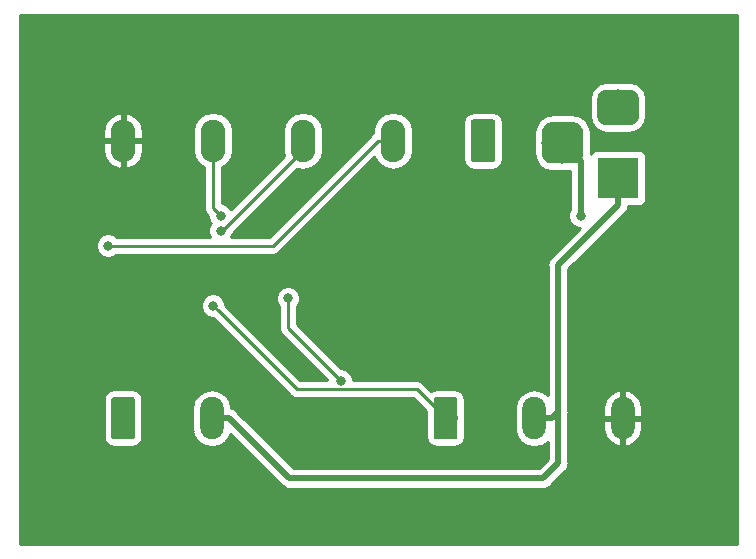
<source format=gbr>
G04 #@! TF.GenerationSoftware,KiCad,Pcbnew,(5.0.2)-1*
G04 #@! TF.CreationDate,2019-04-27T09:30:46+05:30*
G04 #@! TF.ProjectId,parking_sense_1,7061726b-696e-4675-9f73-656e73655f31,rev?*
G04 #@! TF.SameCoordinates,Original*
G04 #@! TF.FileFunction,Copper,L2,Bot*
G04 #@! TF.FilePolarity,Positive*
%FSLAX46Y46*%
G04 Gerber Fmt 4.6, Leading zero omitted, Abs format (unit mm)*
G04 Created by KiCad (PCBNEW (5.0.2)-1) date 04/27/19 09:30:46*
%MOMM*%
%LPD*%
G01*
G04 APERTURE LIST*
G04 #@! TA.AperFunction,ComponentPad*
%ADD10O,2.000000X3.600000*%
G04 #@! TD*
G04 #@! TA.AperFunction,Conductor*
%ADD11C,0.100000*%
G04 #@! TD*
G04 #@! TA.AperFunction,ComponentPad*
%ADD12C,2.000000*%
G04 #@! TD*
G04 #@! TA.AperFunction,ComponentPad*
%ADD13R,3.500000X3.500000*%
G04 #@! TD*
G04 #@! TA.AperFunction,ComponentPad*
%ADD14C,3.000000*%
G04 #@! TD*
G04 #@! TA.AperFunction,ComponentPad*
%ADD15C,3.500000*%
G04 #@! TD*
G04 #@! TA.AperFunction,ComponentPad*
%ADD16C,2.100000*%
G04 #@! TD*
G04 #@! TA.AperFunction,ComponentPad*
%ADD17O,2.100000X3.600000*%
G04 #@! TD*
G04 #@! TA.AperFunction,ViaPad*
%ADD18C,3.100000*%
G04 #@! TD*
G04 #@! TA.AperFunction,ViaPad*
%ADD19C,0.800000*%
G04 #@! TD*
G04 #@! TA.AperFunction,Conductor*
%ADD20C,0.500000*%
G04 #@! TD*
G04 #@! TA.AperFunction,Conductor*
%ADD21C,0.250000*%
G04 #@! TD*
G04 #@! TA.AperFunction,Conductor*
%ADD22C,0.254000*%
G04 #@! TD*
%ADD23C,0.254000*%
G04 APERTURE END LIST*
D10*
G04 #@! TO.P,J3,3*
G04 #@! TO.N,GND*
X81675000Y-62865000D03*
G04 #@! TO.P,J3,2*
G04 #@! TO.N,Vin*
X74175000Y-62865000D03*
D11*
G04 #@! TD*
G04 #@! TO.N,IP*
G04 #@! TO.C,J3*
G36*
X67449504Y-61066204D02*
X67473773Y-61069804D01*
X67497571Y-61075765D01*
X67520671Y-61084030D01*
X67542849Y-61094520D01*
X67563893Y-61107133D01*
X67583598Y-61121747D01*
X67601777Y-61138223D01*
X67618253Y-61156402D01*
X67632867Y-61176107D01*
X67645480Y-61197151D01*
X67655970Y-61219329D01*
X67664235Y-61242429D01*
X67670196Y-61266227D01*
X67673796Y-61290496D01*
X67675000Y-61315000D01*
X67675000Y-64415000D01*
X67673796Y-64439504D01*
X67670196Y-64463773D01*
X67664235Y-64487571D01*
X67655970Y-64510671D01*
X67645480Y-64532849D01*
X67632867Y-64553893D01*
X67618253Y-64573598D01*
X67601777Y-64591777D01*
X67583598Y-64608253D01*
X67563893Y-64622867D01*
X67542849Y-64635480D01*
X67520671Y-64645970D01*
X67497571Y-64654235D01*
X67473773Y-64660196D01*
X67449504Y-64663796D01*
X67425000Y-64665000D01*
X65925000Y-64665000D01*
X65900496Y-64663796D01*
X65876227Y-64660196D01*
X65852429Y-64654235D01*
X65829329Y-64645970D01*
X65807151Y-64635480D01*
X65786107Y-64622867D01*
X65766402Y-64608253D01*
X65748223Y-64591777D01*
X65731747Y-64573598D01*
X65717133Y-64553893D01*
X65704520Y-64532849D01*
X65694030Y-64510671D01*
X65685765Y-64487571D01*
X65679804Y-64463773D01*
X65676204Y-64439504D01*
X65675000Y-64415000D01*
X65675000Y-61315000D01*
X65676204Y-61290496D01*
X65679804Y-61266227D01*
X65685765Y-61242429D01*
X65694030Y-61219329D01*
X65704520Y-61197151D01*
X65717133Y-61176107D01*
X65731747Y-61156402D01*
X65748223Y-61138223D01*
X65766402Y-61121747D01*
X65786107Y-61107133D01*
X65807151Y-61094520D01*
X65829329Y-61084030D01*
X65852429Y-61075765D01*
X65876227Y-61069804D01*
X65900496Y-61066204D01*
X65925000Y-61065000D01*
X67425000Y-61065000D01*
X67449504Y-61066204D01*
X67449504Y-61066204D01*
G37*
D12*
G04 #@! TO.P,J3,1*
G04 #@! TO.N,IP*
X66675000Y-62865000D03*
G04 #@! TD*
D13*
G04 #@! TO.P,J1,1*
G04 #@! TO.N,Vin*
X81280000Y-42545000D03*
D11*
G04 #@! TD*
G04 #@! TO.N,GND1*
G04 #@! TO.C,J1*
G36*
X82353513Y-35048611D02*
X82426318Y-35059411D01*
X82497714Y-35077295D01*
X82567013Y-35102090D01*
X82633548Y-35133559D01*
X82696678Y-35171398D01*
X82755795Y-35215242D01*
X82810330Y-35264670D01*
X82859758Y-35319205D01*
X82903602Y-35378322D01*
X82941441Y-35441452D01*
X82972910Y-35507987D01*
X82997705Y-35577286D01*
X83015589Y-35648682D01*
X83026389Y-35721487D01*
X83030000Y-35795000D01*
X83030000Y-37295000D01*
X83026389Y-37368513D01*
X83015589Y-37441318D01*
X82997705Y-37512714D01*
X82972910Y-37582013D01*
X82941441Y-37648548D01*
X82903602Y-37711678D01*
X82859758Y-37770795D01*
X82810330Y-37825330D01*
X82755795Y-37874758D01*
X82696678Y-37918602D01*
X82633548Y-37956441D01*
X82567013Y-37987910D01*
X82497714Y-38012705D01*
X82426318Y-38030589D01*
X82353513Y-38041389D01*
X82280000Y-38045000D01*
X80280000Y-38045000D01*
X80206487Y-38041389D01*
X80133682Y-38030589D01*
X80062286Y-38012705D01*
X79992987Y-37987910D01*
X79926452Y-37956441D01*
X79863322Y-37918602D01*
X79804205Y-37874758D01*
X79749670Y-37825330D01*
X79700242Y-37770795D01*
X79656398Y-37711678D01*
X79618559Y-37648548D01*
X79587090Y-37582013D01*
X79562295Y-37512714D01*
X79544411Y-37441318D01*
X79533611Y-37368513D01*
X79530000Y-37295000D01*
X79530000Y-35795000D01*
X79533611Y-35721487D01*
X79544411Y-35648682D01*
X79562295Y-35577286D01*
X79587090Y-35507987D01*
X79618559Y-35441452D01*
X79656398Y-35378322D01*
X79700242Y-35319205D01*
X79749670Y-35264670D01*
X79804205Y-35215242D01*
X79863322Y-35171398D01*
X79926452Y-35133559D01*
X79992987Y-35102090D01*
X80062286Y-35077295D01*
X80133682Y-35059411D01*
X80206487Y-35048611D01*
X80280000Y-35045000D01*
X82280000Y-35045000D01*
X82353513Y-35048611D01*
X82353513Y-35048611D01*
G37*
D14*
G04 #@! TO.P,J1,2*
G04 #@! TO.N,GND1*
X81280000Y-36545000D03*
D11*
G04 #@! TD*
G04 #@! TO.N,GND1*
G04 #@! TO.C,J1*
G36*
X77540765Y-37799213D02*
X77625704Y-37811813D01*
X77708999Y-37832677D01*
X77789848Y-37861605D01*
X77867472Y-37898319D01*
X77941124Y-37942464D01*
X78010094Y-37993616D01*
X78073718Y-38051282D01*
X78131384Y-38114906D01*
X78182536Y-38183876D01*
X78226681Y-38257528D01*
X78263395Y-38335152D01*
X78292323Y-38416001D01*
X78313187Y-38499296D01*
X78325787Y-38584235D01*
X78330000Y-38670000D01*
X78330000Y-40420000D01*
X78325787Y-40505765D01*
X78313187Y-40590704D01*
X78292323Y-40673999D01*
X78263395Y-40754848D01*
X78226681Y-40832472D01*
X78182536Y-40906124D01*
X78131384Y-40975094D01*
X78073718Y-41038718D01*
X78010094Y-41096384D01*
X77941124Y-41147536D01*
X77867472Y-41191681D01*
X77789848Y-41228395D01*
X77708999Y-41257323D01*
X77625704Y-41278187D01*
X77540765Y-41290787D01*
X77455000Y-41295000D01*
X75705000Y-41295000D01*
X75619235Y-41290787D01*
X75534296Y-41278187D01*
X75451001Y-41257323D01*
X75370152Y-41228395D01*
X75292528Y-41191681D01*
X75218876Y-41147536D01*
X75149906Y-41096384D01*
X75086282Y-41038718D01*
X75028616Y-40975094D01*
X74977464Y-40906124D01*
X74933319Y-40832472D01*
X74896605Y-40754848D01*
X74867677Y-40673999D01*
X74846813Y-40590704D01*
X74834213Y-40505765D01*
X74830000Y-40420000D01*
X74830000Y-38670000D01*
X74834213Y-38584235D01*
X74846813Y-38499296D01*
X74867677Y-38416001D01*
X74896605Y-38335152D01*
X74933319Y-38257528D01*
X74977464Y-38183876D01*
X75028616Y-38114906D01*
X75086282Y-38051282D01*
X75149906Y-37993616D01*
X75218876Y-37942464D01*
X75292528Y-37898319D01*
X75370152Y-37861605D01*
X75451001Y-37832677D01*
X75534296Y-37811813D01*
X75619235Y-37799213D01*
X75705000Y-37795000D01*
X77455000Y-37795000D01*
X77540765Y-37799213D01*
X77540765Y-37799213D01*
G37*
D15*
G04 #@! TO.P,J1,3*
G04 #@! TO.N,GND1*
X76580000Y-39545000D03*
G04 #@! TD*
D11*
G04 #@! TO.N,Net-(J2-Pad1)*
G04 #@! TO.C,J2*
G36*
X40144504Y-61066204D02*
X40168773Y-61069804D01*
X40192571Y-61075765D01*
X40215671Y-61084030D01*
X40237849Y-61094520D01*
X40258893Y-61107133D01*
X40278598Y-61121747D01*
X40296777Y-61138223D01*
X40313253Y-61156402D01*
X40327867Y-61176107D01*
X40340480Y-61197151D01*
X40350970Y-61219329D01*
X40359235Y-61242429D01*
X40365196Y-61266227D01*
X40368796Y-61290496D01*
X40370000Y-61315000D01*
X40370000Y-64415000D01*
X40368796Y-64439504D01*
X40365196Y-64463773D01*
X40359235Y-64487571D01*
X40350970Y-64510671D01*
X40340480Y-64532849D01*
X40327867Y-64553893D01*
X40313253Y-64573598D01*
X40296777Y-64591777D01*
X40278598Y-64608253D01*
X40258893Y-64622867D01*
X40237849Y-64635480D01*
X40215671Y-64645970D01*
X40192571Y-64654235D01*
X40168773Y-64660196D01*
X40144504Y-64663796D01*
X40120000Y-64665000D01*
X38620000Y-64665000D01*
X38595496Y-64663796D01*
X38571227Y-64660196D01*
X38547429Y-64654235D01*
X38524329Y-64645970D01*
X38502151Y-64635480D01*
X38481107Y-64622867D01*
X38461402Y-64608253D01*
X38443223Y-64591777D01*
X38426747Y-64573598D01*
X38412133Y-64553893D01*
X38399520Y-64532849D01*
X38389030Y-64510671D01*
X38380765Y-64487571D01*
X38374804Y-64463773D01*
X38371204Y-64439504D01*
X38370000Y-64415000D01*
X38370000Y-61315000D01*
X38371204Y-61290496D01*
X38374804Y-61266227D01*
X38380765Y-61242429D01*
X38389030Y-61219329D01*
X38399520Y-61197151D01*
X38412133Y-61176107D01*
X38426747Y-61156402D01*
X38443223Y-61138223D01*
X38461402Y-61121747D01*
X38481107Y-61107133D01*
X38502151Y-61094520D01*
X38524329Y-61084030D01*
X38547429Y-61075765D01*
X38571227Y-61069804D01*
X38595496Y-61066204D01*
X38620000Y-61065000D01*
X40120000Y-61065000D01*
X40144504Y-61066204D01*
X40144504Y-61066204D01*
G37*
D12*
G04 #@! TD*
G04 #@! TO.P,J2,1*
G04 #@! TO.N,Net-(J2-Pad1)*
X39370000Y-62865000D03*
D10*
G04 #@! TO.P,J2,2*
G04 #@! TO.N,Vin*
X46870000Y-62865000D03*
G04 #@! TD*
D11*
G04 #@! TO.N,Vcc*
G04 #@! TO.C,J4*
G36*
X70674504Y-37571204D02*
X70698773Y-37574804D01*
X70722571Y-37580765D01*
X70745671Y-37589030D01*
X70767849Y-37599520D01*
X70788893Y-37612133D01*
X70808598Y-37626747D01*
X70826777Y-37643223D01*
X70843253Y-37661402D01*
X70857867Y-37681107D01*
X70870480Y-37702151D01*
X70880970Y-37724329D01*
X70889235Y-37747429D01*
X70895196Y-37771227D01*
X70898796Y-37795496D01*
X70900000Y-37820000D01*
X70900000Y-40920000D01*
X70898796Y-40944504D01*
X70895196Y-40968773D01*
X70889235Y-40992571D01*
X70880970Y-41015671D01*
X70870480Y-41037849D01*
X70857867Y-41058893D01*
X70843253Y-41078598D01*
X70826777Y-41096777D01*
X70808598Y-41113253D01*
X70788893Y-41127867D01*
X70767849Y-41140480D01*
X70745671Y-41150970D01*
X70722571Y-41159235D01*
X70698773Y-41165196D01*
X70674504Y-41168796D01*
X70650000Y-41170000D01*
X69050000Y-41170000D01*
X69025496Y-41168796D01*
X69001227Y-41165196D01*
X68977429Y-41159235D01*
X68954329Y-41150970D01*
X68932151Y-41140480D01*
X68911107Y-41127867D01*
X68891402Y-41113253D01*
X68873223Y-41096777D01*
X68856747Y-41078598D01*
X68842133Y-41058893D01*
X68829520Y-41037849D01*
X68819030Y-41015671D01*
X68810765Y-40992571D01*
X68804804Y-40968773D01*
X68801204Y-40944504D01*
X68800000Y-40920000D01*
X68800000Y-37820000D01*
X68801204Y-37795496D01*
X68804804Y-37771227D01*
X68810765Y-37747429D01*
X68819030Y-37724329D01*
X68829520Y-37702151D01*
X68842133Y-37681107D01*
X68856747Y-37661402D01*
X68873223Y-37643223D01*
X68891402Y-37626747D01*
X68911107Y-37612133D01*
X68932151Y-37599520D01*
X68954329Y-37589030D01*
X68977429Y-37580765D01*
X69001227Y-37574804D01*
X69025496Y-37571204D01*
X69050000Y-37570000D01*
X70650000Y-37570000D01*
X70674504Y-37571204D01*
X70674504Y-37571204D01*
G37*
D16*
G04 #@! TD*
G04 #@! TO.P,J4,1*
G04 #@! TO.N,Vcc*
X69850000Y-39370000D03*
D17*
G04 #@! TO.P,J4,2*
G04 #@! TO.N,Vpp*
X62230000Y-39370000D03*
G04 #@! TO.P,J4,3*
G04 #@! TO.N,CLK*
X54610000Y-39370000D03*
G04 #@! TO.P,J4,4*
G04 #@! TO.N,DATA*
X46990000Y-39370000D03*
G04 #@! TO.P,J4,5*
G04 #@! TO.N,GND*
X39370000Y-39370000D03*
G04 #@! TD*
D18*
G04 #@! TO.N,GND*
X89535000Y-30480000D03*
X32385000Y-30480000D03*
X32385000Y-71755000D03*
X89535000Y-71755000D03*
D19*
G04 #@! TO.N,GND1*
X78105000Y-45720000D03*
G04 #@! TO.N,Vpp*
X38100000Y-48260000D03*
G04 #@! TO.N,IP*
X46990000Y-53340000D03*
G04 #@! TO.N,CLK*
X47625000Y-46990000D03*
G04 #@! TO.N,DATA*
X47625000Y-45720000D03*
G04 #@! TO.N,Net-(C5-Pad2)*
X57785000Y-59690000D03*
X53340000Y-52705000D03*
G04 #@! TD*
D20*
G04 #@! TO.N,Vin*
X46870000Y-62865000D02*
X46870000Y-64015000D01*
X81280000Y-44795000D02*
X81280000Y-42545000D01*
X76200000Y-49875000D02*
X81280000Y-44795000D01*
X74930000Y-67945000D02*
X76200000Y-66675000D01*
X76200000Y-62340000D02*
X76200000Y-62230000D01*
X75675000Y-62865000D02*
X76200000Y-62340000D01*
X74175000Y-62865000D02*
X75675000Y-62865000D01*
X76200000Y-66675000D02*
X76200000Y-62230000D01*
X76200000Y-62230000D02*
X76200000Y-49875000D01*
X48370000Y-62865000D02*
X46870000Y-62865000D01*
X53450000Y-67945000D02*
X48370000Y-62865000D01*
X74930000Y-67945000D02*
X53450000Y-67945000D01*
D21*
G04 #@! TO.N,GND1*
X78105000Y-41070000D02*
X76580000Y-39545000D01*
D20*
X78144428Y-41235572D02*
X78105000Y-41275000D01*
X78144428Y-41109428D02*
X78144428Y-41235572D01*
X76580000Y-39545000D02*
X78144428Y-41109428D01*
X78105000Y-45720000D02*
X78105000Y-41275000D01*
X78105000Y-41275000D02*
X78105000Y-41070000D01*
D21*
G04 #@! TO.N,Vpp*
X38665685Y-48260000D02*
X38100000Y-48260000D01*
X52040000Y-48260000D02*
X38665685Y-48260000D01*
X60930000Y-39370000D02*
X52040000Y-48260000D01*
X62230000Y-39370000D02*
X60930000Y-39370000D01*
G04 #@! TO.N,IP*
X47389999Y-53739999D02*
X46990000Y-53340000D01*
X54065001Y-60415001D02*
X47389999Y-53739999D01*
X64225001Y-60415001D02*
X54065001Y-60415001D01*
X66675000Y-62865000D02*
X64225001Y-60415001D01*
G04 #@! TO.N,CLK*
X47740000Y-46990000D02*
X47625000Y-46990000D01*
X54610000Y-40120000D02*
X47740000Y-46990000D01*
X54610000Y-39370000D02*
X54610000Y-40120000D01*
G04 #@! TO.N,DATA*
X46990000Y-45085000D02*
X47625000Y-45720000D01*
X46990000Y-39370000D02*
X46990000Y-45085000D01*
G04 #@! TO.N,Net-(C5-Pad2)*
X53340000Y-55245000D02*
X57785000Y-59690000D01*
X53340000Y-52705000D02*
X53340000Y-55245000D01*
G04 #@! TD*
D22*
G04 #@! TO.N,GND*
X91313000Y-28702000D02*
X30607000Y-28702000D01*
X91313000Y-28943300D02*
X30607000Y-28943300D01*
X91313000Y-29184600D02*
X30607000Y-29184600D01*
X91313000Y-29425900D02*
X30607000Y-29425900D01*
X91313000Y-29667200D02*
X30607000Y-29667200D01*
X91313000Y-29908500D02*
X30607000Y-29908500D01*
X91313000Y-30149800D02*
X30607000Y-30149800D01*
X91313000Y-30391100D02*
X30607000Y-30391100D01*
X91313000Y-30632400D02*
X30607000Y-30632400D01*
X91313000Y-30873700D02*
X30607000Y-30873700D01*
X91313000Y-31115000D02*
X30607000Y-31115000D01*
X91313000Y-31356300D02*
X30607000Y-31356300D01*
X91313000Y-31597600D02*
X30607000Y-31597600D01*
X91313000Y-31838900D02*
X30607000Y-31838900D01*
X91313000Y-32080200D02*
X30607000Y-32080200D01*
X91313000Y-32321500D02*
X30607000Y-32321500D01*
X91313000Y-32562800D02*
X30607000Y-32562800D01*
X91313000Y-32804100D02*
X30607000Y-32804100D01*
X91313000Y-33045400D02*
X30607000Y-33045400D01*
X91313000Y-33286700D02*
X30607000Y-33286700D01*
X91313000Y-33528000D02*
X30607000Y-33528000D01*
X91313000Y-33769300D02*
X30607000Y-33769300D01*
X91313000Y-34010600D02*
X30607000Y-34010600D01*
X91313000Y-34251900D02*
X30607000Y-34251900D01*
X79799187Y-34493200D02*
X30607000Y-34493200D01*
X91313000Y-34493200D02*
X82760814Y-34493200D01*
X79400157Y-34734500D02*
X30607000Y-34734500D01*
X91313000Y-34734500D02*
X83159844Y-34734500D01*
X79178980Y-34975800D02*
X30607000Y-34975800D01*
X91313000Y-34975800D02*
X83381021Y-34975800D01*
X79017748Y-35217100D02*
X30607000Y-35217100D01*
X91313000Y-35217100D02*
X83542253Y-35217100D01*
X78949515Y-35458400D02*
X30607000Y-35458400D01*
X91313000Y-35458400D02*
X83610486Y-35458400D01*
X78901517Y-35699700D02*
X30607000Y-35699700D01*
X91313000Y-35699700D02*
X83658484Y-35699700D01*
X78882560Y-35941000D02*
X30607000Y-35941000D01*
X91313000Y-35941000D02*
X83677440Y-35941000D01*
X78882560Y-36182300D02*
X30607000Y-36182300D01*
X91313000Y-36182300D02*
X83677440Y-36182300D01*
X78882560Y-36423600D02*
X30607000Y-36423600D01*
X91313000Y-36423600D02*
X83677440Y-36423600D01*
X78882560Y-36664900D02*
X30607000Y-36664900D01*
X91313000Y-36664900D02*
X83677440Y-36664900D01*
X46968830Y-36906200D02*
X30607000Y-36906200D01*
X54588830Y-36906200D02*
X47011171Y-36906200D01*
X62208830Y-36906200D02*
X54631171Y-36906200D01*
X78882560Y-36906200D02*
X62251171Y-36906200D01*
X91313000Y-36906200D02*
X83677440Y-36906200D01*
X38607145Y-37147500D02*
X30607000Y-37147500D01*
X39497000Y-37147500D02*
X39243000Y-37147500D01*
X46160834Y-37147500D02*
X40132856Y-37147500D01*
X53780834Y-37147500D02*
X47819168Y-37147500D01*
X61400834Y-37147500D02*
X55439168Y-37147500D01*
X68472157Y-37147500D02*
X63059168Y-37147500D01*
X78882560Y-37147500D02*
X71227844Y-37147500D01*
X91313000Y-37147500D02*
X83677440Y-37147500D01*
X38229119Y-37388800D02*
X30607000Y-37388800D01*
X39497000Y-37388800D02*
X39243000Y-37388800D01*
X45799703Y-37388800D02*
X40510882Y-37388800D01*
X53419703Y-37388800D02*
X48180299Y-37388800D01*
X61039703Y-37388800D02*
X55800299Y-37388800D01*
X68279517Y-37388800D02*
X63420299Y-37388800D01*
X74934786Y-37388800D02*
X71420484Y-37388800D01*
X78901218Y-37388800D02*
X78225215Y-37388800D01*
X91313000Y-37388800D02*
X83658781Y-37388800D01*
X38040186Y-37630100D02*
X30607000Y-37630100D01*
X39497000Y-37630100D02*
X39243000Y-37630100D01*
X45624900Y-37630100D02*
X40699815Y-37630100D01*
X53244900Y-37630100D02*
X48355102Y-37630100D01*
X60864900Y-37630100D02*
X55975102Y-37630100D01*
X68190334Y-37630100D02*
X63595102Y-37630100D01*
X74603998Y-37630100D02*
X71509667Y-37630100D01*
X78949215Y-37630100D02*
X78556003Y-37630100D01*
X91313000Y-37630100D02*
X83610784Y-37630100D01*
X37858090Y-37871400D02*
X30607000Y-37871400D01*
X39497000Y-37871400D02*
X39243000Y-37871400D01*
X45463668Y-37871400D02*
X40881911Y-37871400D01*
X53083668Y-37871400D02*
X48516334Y-37871400D01*
X60703668Y-37871400D02*
X56136334Y-37871400D01*
X68152560Y-37871400D02*
X63756334Y-37871400D01*
X74442767Y-37871400D02*
X71547440Y-37871400D01*
X79016745Y-37871400D02*
X78717234Y-37871400D01*
X91313000Y-37871400D02*
X83543254Y-37871400D01*
X37790898Y-38112700D02*
X30607000Y-38112700D01*
X39497000Y-38112700D02*
X39243000Y-38112700D01*
X45372899Y-38112700D02*
X40949103Y-38112700D01*
X52992899Y-38112700D02*
X48607103Y-38112700D01*
X60612899Y-38112700D02*
X56227103Y-38112700D01*
X68152560Y-38112700D02*
X63847103Y-38112700D01*
X74293414Y-38112700D02*
X71547440Y-38112700D01*
X79177977Y-38112700D02*
X78866587Y-38112700D01*
X91313000Y-38112700D02*
X83382022Y-38112700D01*
X37723706Y-38354000D02*
X30607000Y-38354000D01*
X39497000Y-38354000D02*
X39243000Y-38354000D01*
X45324901Y-38354000D02*
X41016295Y-38354000D01*
X52944901Y-38354000D02*
X48655101Y-38354000D01*
X60564901Y-38354000D02*
X56275101Y-38354000D01*
X68152560Y-38354000D02*
X63895101Y-38354000D01*
X74245417Y-38354000D02*
X71547440Y-38354000D01*
X79397911Y-38354000D02*
X78914584Y-38354000D01*
X91313000Y-38354000D02*
X83162088Y-38354000D01*
X37685000Y-38595300D02*
X30607000Y-38595300D01*
X39497000Y-38595300D02*
X39243000Y-38595300D01*
X45305000Y-38595300D02*
X41055000Y-38595300D01*
X52925000Y-38595300D02*
X48675000Y-38595300D01*
X60545000Y-38595300D02*
X56295000Y-38595300D01*
X68152560Y-38595300D02*
X63915000Y-38595300D01*
X74197419Y-38595300D02*
X71547440Y-38595300D01*
X79791645Y-38595300D02*
X78962582Y-38595300D01*
X91313000Y-38595300D02*
X82768354Y-38595300D01*
X37685000Y-38836600D02*
X30607000Y-38836600D01*
X39497000Y-38836600D02*
X39243000Y-38836600D01*
X45305000Y-38836600D02*
X41055000Y-38836600D01*
X52925000Y-38836600D02*
X48675000Y-38836600D01*
X60372364Y-38836600D02*
X56295000Y-38836600D01*
X68152560Y-38836600D02*
X63915000Y-38836600D01*
X74182560Y-38836600D02*
X71547440Y-38836600D01*
X91313000Y-38836600D02*
X78977440Y-38836600D01*
X37685000Y-39077900D02*
X30607000Y-39077900D01*
X39497000Y-39077900D02*
X39243000Y-39077900D01*
X45305000Y-39077900D02*
X41055000Y-39077900D01*
X52925000Y-39077900D02*
X48675000Y-39077900D01*
X60147299Y-39077900D02*
X56295000Y-39077900D01*
X68152560Y-39077900D02*
X63915000Y-39077900D01*
X74182560Y-39077900D02*
X71547440Y-39077900D01*
X91313000Y-39077900D02*
X78977440Y-39077900D01*
X45305000Y-39319200D02*
X30607000Y-39319200D01*
X52925000Y-39319200D02*
X48675000Y-39319200D01*
X59905999Y-39319200D02*
X56295000Y-39319200D01*
X68152560Y-39319200D02*
X63915000Y-39319200D01*
X74182560Y-39319200D02*
X71547440Y-39319200D01*
X91313000Y-39319200D02*
X78977440Y-39319200D01*
X37685000Y-39560500D02*
X30607000Y-39560500D01*
X39497000Y-39560500D02*
X39243000Y-39560500D01*
X45305000Y-39560500D02*
X41055000Y-39560500D01*
X52925000Y-39560500D02*
X48675000Y-39560500D01*
X59664699Y-39560500D02*
X56295000Y-39560500D01*
X68152560Y-39560500D02*
X63915000Y-39560500D01*
X74182560Y-39560500D02*
X71547440Y-39560500D01*
X91313000Y-39560500D02*
X78977440Y-39560500D01*
X37685000Y-39801800D02*
X30607000Y-39801800D01*
X39497000Y-39801800D02*
X39243000Y-39801800D01*
X45305000Y-39801800D02*
X41055000Y-39801800D01*
X52925000Y-39801800D02*
X48675000Y-39801800D01*
X59423399Y-39801800D02*
X56295000Y-39801800D01*
X68152560Y-39801800D02*
X63915000Y-39801800D01*
X74182560Y-39801800D02*
X71547440Y-39801800D01*
X91313000Y-39801800D02*
X78977440Y-39801800D01*
X37685000Y-40043100D02*
X30607000Y-40043100D01*
X39497000Y-40043100D02*
X39243000Y-40043100D01*
X45305000Y-40043100D02*
X41055000Y-40043100D01*
X52925000Y-40043100D02*
X48675000Y-40043100D01*
X59182099Y-40043100D02*
X56295000Y-40043100D01*
X68152560Y-40043100D02*
X63915000Y-40043100D01*
X74182560Y-40043100D02*
X71547440Y-40043100D01*
X91313000Y-40043100D02*
X78977440Y-40043100D01*
X37695414Y-40284400D02*
X30607000Y-40284400D01*
X39497000Y-40284400D02*
X39243000Y-40284400D01*
X45305000Y-40284400D02*
X41044585Y-40284400D01*
X52925000Y-40284400D02*
X48675000Y-40284400D01*
X58940799Y-40284400D02*
X56295000Y-40284400D01*
X68152560Y-40284400D02*
X63915000Y-40284400D01*
X74182560Y-40284400D02*
X71547440Y-40284400D01*
X79151198Y-40284400D02*
X78977440Y-40284400D01*
X91313000Y-40284400D02*
X83408803Y-40284400D01*
X37762606Y-40525700D02*
X30607000Y-40525700D01*
X39497000Y-40525700D02*
X39243000Y-40525700D01*
X45352688Y-40525700D02*
X40977393Y-40525700D01*
X52972688Y-40525700D02*
X48627312Y-40525700D01*
X58699499Y-40525700D02*
X56247312Y-40525700D01*
X68152560Y-40525700D02*
X63867312Y-40525700D01*
X74203585Y-40525700D02*
X71547440Y-40525700D01*
X91313000Y-40525700D02*
X83613768Y-40525700D01*
X37829798Y-40767000D02*
X30607000Y-40767000D01*
X39497000Y-40767000D02*
X39243000Y-40767000D01*
X45400685Y-40767000D02*
X40910201Y-40767000D01*
X52888199Y-40767000D02*
X48579314Y-40767000D01*
X58458199Y-40767000D02*
X56199314Y-40767000D01*
X60640685Y-40767000D02*
X60607801Y-40767000D01*
X68152560Y-40767000D02*
X63819314Y-40767000D01*
X74251582Y-40767000D02*
X71547440Y-40767000D01*
X91313000Y-40767000D02*
X83671871Y-40767000D01*
X37960634Y-41008300D02*
X30607000Y-41008300D01*
X39497000Y-41008300D02*
X39243000Y-41008300D01*
X45557011Y-41008300D02*
X40779365Y-41008300D01*
X52646899Y-41008300D02*
X48422988Y-41008300D01*
X58216899Y-41008300D02*
X56042988Y-41008300D01*
X60797011Y-41008300D02*
X60366501Y-41008300D01*
X68170124Y-41008300D02*
X63662988Y-41008300D01*
X74302248Y-41008300D02*
X71529875Y-41008300D01*
X91313000Y-41008300D02*
X83677440Y-41008300D01*
X38149567Y-41249600D02*
X30607000Y-41249600D01*
X39497000Y-41249600D02*
X39243000Y-41249600D01*
X45718242Y-41249600D02*
X40590432Y-41249600D01*
X52405599Y-41249600D02*
X48261757Y-41249600D01*
X57975599Y-41249600D02*
X55881757Y-41249600D01*
X60958242Y-41249600D02*
X60125201Y-41249600D01*
X68218122Y-41249600D02*
X63501757Y-41249600D01*
X74463480Y-41249600D02*
X71481877Y-41249600D01*
X91313000Y-41249600D02*
X83677440Y-41249600D01*
X38427125Y-41490900D02*
X30607000Y-41490900D01*
X39497000Y-41490900D02*
X39243000Y-41490900D01*
X46008777Y-41490900D02*
X40312874Y-41490900D01*
X52164299Y-41490900D02*
X47971221Y-41490900D01*
X57734299Y-41490900D02*
X55591221Y-41490900D01*
X61248777Y-41490900D02*
X59883901Y-41490900D01*
X68372860Y-41490900D02*
X63211221Y-41490900D01*
X74624711Y-41490900D02*
X71327139Y-41490900D01*
X91313000Y-41490900D02*
X83677440Y-41490900D01*
X38870351Y-41732200D02*
X30607000Y-41732200D01*
X39697846Y-41732200D02*
X39042153Y-41732200D01*
X46230000Y-41732200D02*
X39869648Y-41732200D01*
X51922999Y-41732200D02*
X47750000Y-41732200D01*
X54078050Y-41732200D02*
X54072601Y-41732200D01*
X57492999Y-41732200D02*
X55141945Y-41732200D01*
X61698053Y-41732200D02*
X59642601Y-41732200D01*
X68681233Y-41732200D02*
X62761945Y-41732200D01*
X74981180Y-41732200D02*
X71018766Y-41732200D01*
X91313000Y-41732200D02*
X83677440Y-41732200D01*
X46230000Y-41973500D02*
X30607000Y-41973500D01*
X51681699Y-41973500D02*
X47750000Y-41973500D01*
X57251699Y-41973500D02*
X53831301Y-41973500D01*
X77220001Y-41973500D02*
X59401301Y-41973500D01*
X91313000Y-41973500D02*
X83677440Y-41973500D01*
X46230000Y-42214800D02*
X30607000Y-42214800D01*
X51440399Y-42214800D02*
X47750000Y-42214800D01*
X57010399Y-42214800D02*
X53590001Y-42214800D01*
X77220001Y-42214800D02*
X59160001Y-42214800D01*
X91313000Y-42214800D02*
X83677440Y-42214800D01*
X46230000Y-42456100D02*
X30607000Y-42456100D01*
X51199099Y-42456100D02*
X47750000Y-42456100D01*
X56769099Y-42456100D02*
X53348701Y-42456100D01*
X77220001Y-42456100D02*
X58918701Y-42456100D01*
X91313000Y-42456100D02*
X83677440Y-42456100D01*
X46230000Y-42697400D02*
X30607000Y-42697400D01*
X50957799Y-42697400D02*
X47750000Y-42697400D01*
X56527799Y-42697400D02*
X53107401Y-42697400D01*
X77220001Y-42697400D02*
X58677401Y-42697400D01*
X91313000Y-42697400D02*
X83677440Y-42697400D01*
X46230000Y-42938700D02*
X30607000Y-42938700D01*
X50716499Y-42938700D02*
X47750000Y-42938700D01*
X56286499Y-42938700D02*
X52866101Y-42938700D01*
X77220001Y-42938700D02*
X58436101Y-42938700D01*
X91313000Y-42938700D02*
X83677440Y-42938700D01*
X46230000Y-43180000D02*
X30607000Y-43180000D01*
X50475199Y-43180000D02*
X47750000Y-43180000D01*
X56045199Y-43180000D02*
X52624801Y-43180000D01*
X77220001Y-43180000D02*
X58194801Y-43180000D01*
X91313000Y-43180000D02*
X83677440Y-43180000D01*
X46230000Y-43421300D02*
X30607000Y-43421300D01*
X50233899Y-43421300D02*
X47750000Y-43421300D01*
X55803899Y-43421300D02*
X52383501Y-43421300D01*
X77220001Y-43421300D02*
X57953501Y-43421300D01*
X91313000Y-43421300D02*
X83677440Y-43421300D01*
X46230000Y-43662600D02*
X30607000Y-43662600D01*
X49992599Y-43662600D02*
X47750000Y-43662600D01*
X55562599Y-43662600D02*
X52142201Y-43662600D01*
X77220001Y-43662600D02*
X57712201Y-43662600D01*
X91313000Y-43662600D02*
X83677440Y-43662600D01*
X46230000Y-43903900D02*
X30607000Y-43903900D01*
X49751299Y-43903900D02*
X47750000Y-43903900D01*
X55321299Y-43903900D02*
X51900901Y-43903900D01*
X77220001Y-43903900D02*
X57470901Y-43903900D01*
X91313000Y-43903900D02*
X83677440Y-43903900D01*
X46230000Y-44145200D02*
X30607000Y-44145200D01*
X49509999Y-44145200D02*
X47750000Y-44145200D01*
X55079999Y-44145200D02*
X51659601Y-44145200D01*
X77220001Y-44145200D02*
X57229601Y-44145200D01*
X91313000Y-44145200D02*
X83677440Y-44145200D01*
X46230000Y-44386500D02*
X30607000Y-44386500D01*
X49268699Y-44386500D02*
X47750000Y-44386500D01*
X54838699Y-44386500D02*
X51418301Y-44386500D01*
X77220001Y-44386500D02*
X56988301Y-44386500D01*
X91313000Y-44386500D02*
X83659239Y-44386500D01*
X46230000Y-44627800D02*
X30607000Y-44627800D01*
X49027399Y-44627800D02*
X47750000Y-44627800D01*
X54597399Y-44627800D02*
X51177001Y-44627800D01*
X77220001Y-44627800D02*
X56747001Y-44627800D01*
X91313000Y-44627800D02*
X83571337Y-44627800D01*
X46230000Y-44869100D02*
X30607000Y-44869100D01*
X48786099Y-44869100D02*
X48237811Y-44869100D01*
X54356099Y-44869100D02*
X50935701Y-44869100D01*
X77220001Y-44869100D02*
X56505701Y-44869100D01*
X91313000Y-44869100D02*
X83313768Y-44869100D01*
X46220164Y-45110400D02*
X30607000Y-45110400D01*
X48544799Y-45110400D02*
X48479111Y-45110400D01*
X54114799Y-45110400D02*
X50694401Y-45110400D01*
X77220001Y-45110400D02*
X56264401Y-45110400D01*
X91313000Y-45110400D02*
X82119601Y-45110400D01*
X46268162Y-45351700D02*
X30607000Y-45351700D01*
X53873499Y-45351700D02*
X50453101Y-45351700D01*
X77137279Y-45351700D02*
X56023101Y-45351700D01*
X91313000Y-45351700D02*
X81972404Y-45351700D01*
X46415392Y-45593000D02*
X30607000Y-45593000D01*
X53632199Y-45593000D02*
X50211801Y-45593000D01*
X77070000Y-45593000D02*
X55781801Y-45593000D01*
X91313000Y-45593000D02*
X81733578Y-45593000D01*
X46590000Y-45834300D02*
X30607000Y-45834300D01*
X53390899Y-45834300D02*
X49970501Y-45834300D01*
X77070000Y-45834300D02*
X55540501Y-45834300D01*
X91313000Y-45834300D02*
X81492278Y-45834300D01*
X46652018Y-46075600D02*
X30607000Y-46075600D01*
X53149599Y-46075600D02*
X49729201Y-46075600D01*
X77132018Y-46075600D02*
X55299201Y-46075600D01*
X91313000Y-46075600D02*
X81250978Y-46075600D01*
X46758189Y-46316900D02*
X30607000Y-46316900D01*
X52908299Y-46316900D02*
X49487901Y-46316900D01*
X77238189Y-46316900D02*
X55057901Y-46316900D01*
X91313000Y-46316900D02*
X81009678Y-46316900D01*
X46683582Y-46558200D02*
X30607000Y-46558200D01*
X52666999Y-46558200D02*
X49246601Y-46558200D01*
X77479489Y-46558200D02*
X54816601Y-46558200D01*
X91313000Y-46558200D02*
X80768378Y-46558200D01*
X46590000Y-46799500D02*
X30607000Y-46799500D01*
X52425699Y-46799500D02*
X49005301Y-46799500D01*
X78023922Y-46799500D02*
X54575301Y-46799500D01*
X91313000Y-46799500D02*
X80527078Y-46799500D01*
X46590000Y-47040800D02*
X30607000Y-47040800D01*
X52184399Y-47040800D02*
X48764001Y-47040800D01*
X77782622Y-47040800D02*
X54334001Y-47040800D01*
X91313000Y-47040800D02*
X80285778Y-47040800D01*
X37756275Y-47282100D02*
X30607000Y-47282100D01*
X46625715Y-47282100D02*
X38443726Y-47282100D01*
X51943099Y-47282100D02*
X48624284Y-47282100D01*
X77541322Y-47282100D02*
X54092701Y-47282100D01*
X91313000Y-47282100D02*
X80044478Y-47282100D01*
X37372889Y-47523400D02*
X30607000Y-47523400D01*
X77300022Y-47523400D02*
X53851401Y-47523400D01*
X91313000Y-47523400D02*
X79803178Y-47523400D01*
X37184884Y-47764700D02*
X30607000Y-47764700D01*
X77058722Y-47764700D02*
X53610101Y-47764700D01*
X91313000Y-47764700D02*
X79561878Y-47764700D01*
X37084935Y-48006000D02*
X30607000Y-48006000D01*
X76817422Y-48006000D02*
X53368801Y-48006000D01*
X91313000Y-48006000D02*
X79320578Y-48006000D01*
X37065000Y-48247300D02*
X30607000Y-48247300D01*
X76576122Y-48247300D02*
X53127501Y-48247300D01*
X91313000Y-48247300D02*
X79079278Y-48247300D01*
X37074413Y-48488600D02*
X30607000Y-48488600D01*
X76334822Y-48488600D02*
X52886201Y-48488600D01*
X91313000Y-48488600D02*
X78837978Y-48488600D01*
X37174362Y-48729900D02*
X30607000Y-48729900D01*
X76093522Y-48729900D02*
X52644901Y-48729900D01*
X91313000Y-48729900D02*
X78596678Y-48729900D01*
X37347489Y-48971200D02*
X30607000Y-48971200D01*
X75852222Y-48971200D02*
X52343577Y-48971200D01*
X91313000Y-48971200D02*
X78355378Y-48971200D01*
X37694952Y-49212500D02*
X30607000Y-49212500D01*
X75598546Y-49212500D02*
X38505047Y-49212500D01*
X91313000Y-49212500D02*
X78114078Y-49212500D01*
X75417057Y-49453800D02*
X30607000Y-49453800D01*
X91313000Y-49453800D02*
X77872778Y-49453800D01*
X75333447Y-49695100D02*
X30607000Y-49695100D01*
X91313000Y-49695100D02*
X77631478Y-49695100D01*
X75309875Y-49936400D02*
X30607000Y-49936400D01*
X91313000Y-49936400D02*
X77390178Y-49936400D01*
X75315001Y-50177700D02*
X30607000Y-50177700D01*
X91313000Y-50177700D02*
X77148878Y-50177700D01*
X75315001Y-50419000D02*
X30607000Y-50419000D01*
X91313000Y-50419000D02*
X77085000Y-50419000D01*
X75315001Y-50660300D02*
X30607000Y-50660300D01*
X91313000Y-50660300D02*
X77085000Y-50660300D01*
X75315001Y-50901600D02*
X30607000Y-50901600D01*
X91313000Y-50901600D02*
X77085000Y-50901600D01*
X75315001Y-51142900D02*
X30607000Y-51142900D01*
X91313000Y-51142900D02*
X77085000Y-51142900D01*
X75315001Y-51384200D02*
X30607000Y-51384200D01*
X91313000Y-51384200D02*
X77085000Y-51384200D01*
X75315001Y-51625500D02*
X30607000Y-51625500D01*
X91313000Y-51625500D02*
X77085000Y-51625500D01*
X52714489Y-51866800D02*
X30607000Y-51866800D01*
X75315001Y-51866800D02*
X53965511Y-51866800D01*
X91313000Y-51866800D02*
X77085000Y-51866800D01*
X52473189Y-52108100D02*
X30607000Y-52108100D01*
X75315001Y-52108100D02*
X54206811Y-52108100D01*
X91313000Y-52108100D02*
X77085000Y-52108100D01*
X46676935Y-52349400D02*
X30607000Y-52349400D01*
X52367019Y-52349400D02*
X47303066Y-52349400D01*
X75315001Y-52349400D02*
X54312982Y-52349400D01*
X91313000Y-52349400D02*
X77085000Y-52349400D01*
X46275589Y-52590700D02*
X30607000Y-52590700D01*
X52305000Y-52590700D02*
X47704411Y-52590700D01*
X75315001Y-52590700D02*
X54375000Y-52590700D01*
X91313000Y-52590700D02*
X77085000Y-52590700D01*
X46080145Y-52832000D02*
X30607000Y-52832000D01*
X52305000Y-52832000D02*
X47899856Y-52832000D01*
X75315001Y-52832000D02*
X54375000Y-52832000D01*
X91313000Y-52832000D02*
X77085000Y-52832000D01*
X45980195Y-53073300D02*
X30607000Y-53073300D01*
X52372278Y-53073300D02*
X47999806Y-53073300D01*
X75315001Y-53073300D02*
X54307721Y-53073300D01*
X91313000Y-53073300D02*
X77085000Y-53073300D01*
X45955000Y-53314600D02*
X30607000Y-53314600D01*
X52485889Y-53314600D02*
X48039402Y-53314600D01*
X75315001Y-53314600D02*
X54194111Y-53314600D01*
X91313000Y-53314600D02*
X77085000Y-53314600D01*
X45959152Y-53555900D02*
X30607000Y-53555900D01*
X52580000Y-53555900D02*
X48280702Y-53555900D01*
X75315001Y-53555900D02*
X54100000Y-53555900D01*
X91313000Y-53555900D02*
X77085000Y-53555900D01*
X46059102Y-53797200D02*
X30607000Y-53797200D01*
X52580000Y-53797200D02*
X48522002Y-53797200D01*
X75315001Y-53797200D02*
X54100000Y-53797200D01*
X91313000Y-53797200D02*
X77085000Y-53797200D01*
X46224789Y-54038500D02*
X30607000Y-54038500D01*
X52580000Y-54038500D02*
X48763302Y-54038500D01*
X75315001Y-54038500D02*
X54100000Y-54038500D01*
X91313000Y-54038500D02*
X77085000Y-54038500D01*
X46554292Y-54279800D02*
X30607000Y-54279800D01*
X52580000Y-54279800D02*
X49004602Y-54279800D01*
X75315001Y-54279800D02*
X54100000Y-54279800D01*
X91313000Y-54279800D02*
X77085000Y-54279800D01*
X47096298Y-54521100D02*
X30607000Y-54521100D01*
X52580000Y-54521100D02*
X49245902Y-54521100D01*
X75315001Y-54521100D02*
X54100000Y-54521100D01*
X91313000Y-54521100D02*
X77085000Y-54521100D01*
X47337598Y-54762400D02*
X30607000Y-54762400D01*
X52580000Y-54762400D02*
X49487202Y-54762400D01*
X75315001Y-54762400D02*
X54100000Y-54762400D01*
X91313000Y-54762400D02*
X77085000Y-54762400D01*
X47578898Y-55003700D02*
X30607000Y-55003700D01*
X52580000Y-55003700D02*
X49728502Y-55003700D01*
X75315001Y-55003700D02*
X54173502Y-55003700D01*
X91313000Y-55003700D02*
X77085000Y-55003700D01*
X47820198Y-55245000D02*
X30607000Y-55245000D01*
X52565112Y-55245000D02*
X49969802Y-55245000D01*
X75315001Y-55245000D02*
X54414802Y-55245000D01*
X91313000Y-55245000D02*
X77085000Y-55245000D01*
X48061498Y-55486300D02*
X30607000Y-55486300D01*
X52613109Y-55486300D02*
X50211102Y-55486300D01*
X75315001Y-55486300D02*
X54656102Y-55486300D01*
X91313000Y-55486300D02*
X77085000Y-55486300D01*
X48302798Y-55727600D02*
X30607000Y-55727600D01*
X52748420Y-55727600D02*
X50452402Y-55727600D01*
X75315001Y-55727600D02*
X54897402Y-55727600D01*
X91313000Y-55727600D02*
X77085000Y-55727600D01*
X48544098Y-55968900D02*
X30607000Y-55968900D01*
X52989098Y-55968900D02*
X50693702Y-55968900D01*
X75315001Y-55968900D02*
X55138702Y-55968900D01*
X91313000Y-55968900D02*
X77085000Y-55968900D01*
X48785398Y-56210200D02*
X30607000Y-56210200D01*
X53230398Y-56210200D02*
X50935002Y-56210200D01*
X75315001Y-56210200D02*
X55380002Y-56210200D01*
X91313000Y-56210200D02*
X77085000Y-56210200D01*
X49026698Y-56451500D02*
X30607000Y-56451500D01*
X53471698Y-56451500D02*
X51176302Y-56451500D01*
X75315001Y-56451500D02*
X55621302Y-56451500D01*
X91313000Y-56451500D02*
X77085000Y-56451500D01*
X49267998Y-56692800D02*
X30607000Y-56692800D01*
X53712998Y-56692800D02*
X51417603Y-56692800D01*
X75315001Y-56692800D02*
X55862602Y-56692800D01*
X91313000Y-56692800D02*
X77085000Y-56692800D01*
X49509298Y-56934100D02*
X30607000Y-56934100D01*
X53954298Y-56934100D02*
X51658903Y-56934100D01*
X75315001Y-56934100D02*
X56103902Y-56934100D01*
X91313000Y-56934100D02*
X77085000Y-56934100D01*
X49750598Y-57175400D02*
X30607000Y-57175400D01*
X54195598Y-57175400D02*
X51900203Y-57175400D01*
X75315001Y-57175400D02*
X56345202Y-57175400D01*
X91313000Y-57175400D02*
X77085000Y-57175400D01*
X49991898Y-57416700D02*
X30607000Y-57416700D01*
X54436898Y-57416700D02*
X52141503Y-57416700D01*
X75315001Y-57416700D02*
X56586502Y-57416700D01*
X91313000Y-57416700D02*
X77085000Y-57416700D01*
X50233197Y-57658000D02*
X30607000Y-57658000D01*
X54678198Y-57658000D02*
X52382803Y-57658000D01*
X75315001Y-57658000D02*
X56827802Y-57658000D01*
X91313000Y-57658000D02*
X77085000Y-57658000D01*
X50474497Y-57899300D02*
X30607000Y-57899300D01*
X54919498Y-57899300D02*
X52624103Y-57899300D01*
X75315001Y-57899300D02*
X57069102Y-57899300D01*
X91313000Y-57899300D02*
X77085000Y-57899300D01*
X50715797Y-58140600D02*
X30607000Y-58140600D01*
X55160798Y-58140600D02*
X52865403Y-58140600D01*
X75315001Y-58140600D02*
X57310402Y-58140600D01*
X91313000Y-58140600D02*
X77085000Y-58140600D01*
X50957097Y-58381900D02*
X30607000Y-58381900D01*
X55402098Y-58381900D02*
X53106703Y-58381900D01*
X75315001Y-58381900D02*
X57551702Y-58381900D01*
X91313000Y-58381900D02*
X77085000Y-58381900D01*
X51198397Y-58623200D02*
X30607000Y-58623200D01*
X55643398Y-58623200D02*
X53348003Y-58623200D01*
X75315001Y-58623200D02*
X57793002Y-58623200D01*
X91313000Y-58623200D02*
X77085000Y-58623200D01*
X51439697Y-58864500D02*
X30607000Y-58864500D01*
X55884698Y-58864500D02*
X53589303Y-58864500D01*
X75315001Y-58864500D02*
X58423211Y-58864500D01*
X91313000Y-58864500D02*
X77085000Y-58864500D01*
X51680997Y-59105800D02*
X30607000Y-59105800D01*
X56125998Y-59105800D02*
X53830603Y-59105800D01*
X75315001Y-59105800D02*
X58663293Y-59105800D01*
X91313000Y-59105800D02*
X77085000Y-59105800D01*
X51922297Y-59347100D02*
X30607000Y-59347100D01*
X56367298Y-59347100D02*
X54071903Y-59347100D01*
X75315001Y-59347100D02*
X58763243Y-59347100D01*
X91313000Y-59347100D02*
X77085000Y-59347100D01*
X52163597Y-59588400D02*
X30607000Y-59588400D01*
X56608598Y-59588400D02*
X54313203Y-59588400D01*
X75315001Y-59588400D02*
X58820000Y-59588400D01*
X91313000Y-59588400D02*
X77085000Y-59588400D01*
X52404897Y-59829700D02*
X30607000Y-59829700D01*
X75315001Y-59829700D02*
X64716999Y-59829700D01*
X91313000Y-59829700D02*
X77085000Y-59829700D01*
X52646197Y-60071000D02*
X30607000Y-60071000D01*
X75315001Y-60071000D02*
X64955802Y-60071000D01*
X91313000Y-60071000D02*
X77085000Y-60071000D01*
X52887497Y-60312300D02*
X30607000Y-60312300D01*
X75315001Y-60312300D02*
X65197102Y-60312300D01*
X91313000Y-60312300D02*
X77085000Y-60312300D01*
X38175206Y-60553600D02*
X30607000Y-60553600D01*
X46189049Y-60553600D02*
X40564795Y-60553600D01*
X53128797Y-60553600D02*
X47550951Y-60553600D01*
X65480206Y-60553600D02*
X65438402Y-60553600D01*
X73494049Y-60553600D02*
X67869795Y-60553600D01*
X75315001Y-60553600D02*
X74855951Y-60553600D01*
X81081596Y-60553600D02*
X77085000Y-60553600D01*
X81888264Y-60553600D02*
X81461737Y-60553600D01*
X91313000Y-60553600D02*
X82268405Y-60553600D01*
X37908918Y-60794900D02*
X30607000Y-60794900D01*
X45827918Y-60794900D02*
X40831083Y-60794900D01*
X53370097Y-60794900D02*
X47912083Y-60794900D01*
X73132918Y-60794900D02*
X68136083Y-60794900D01*
X75315001Y-60794900D02*
X75217082Y-60794900D01*
X80651753Y-60794900D02*
X77085000Y-60794900D01*
X81802000Y-60794900D02*
X81548000Y-60794900D01*
X91313000Y-60794900D02*
X82698248Y-60794900D01*
X37778018Y-61036200D02*
X30607000Y-61036200D01*
X45591026Y-61036200D02*
X40961983Y-61036200D01*
X53626727Y-61036200D02*
X48148976Y-61036200D01*
X72896026Y-61036200D02*
X68266983Y-61036200D01*
X80437877Y-61036200D02*
X77085000Y-61036200D01*
X81802000Y-61036200D02*
X81548000Y-61036200D01*
X91313000Y-61036200D02*
X82912124Y-61036200D01*
X37730020Y-61277500D02*
X30607000Y-61277500D01*
X45429794Y-61277500D02*
X41009981Y-61277500D01*
X64012698Y-61277500D02*
X48310207Y-61277500D01*
X72734794Y-61277500D02*
X68314981Y-61277500D01*
X80248050Y-61277500D02*
X77085000Y-61277500D01*
X81802000Y-61277500D02*
X81548000Y-61277500D01*
X91313000Y-61277500D02*
X83101951Y-61277500D01*
X37722560Y-61518800D02*
X30607000Y-61518800D01*
X45311616Y-61518800D02*
X41017440Y-61518800D01*
X64253998Y-61518800D02*
X48428386Y-61518800D01*
X72616616Y-61518800D02*
X68322440Y-61518800D01*
X80157766Y-61518800D02*
X77085000Y-61518800D01*
X81802000Y-61518800D02*
X81548000Y-61518800D01*
X91313000Y-61518800D02*
X83192235Y-61518800D01*
X37722560Y-61760100D02*
X30607000Y-61760100D01*
X45263618Y-61760100D02*
X41017440Y-61760100D01*
X64495298Y-61760100D02*
X48476383Y-61760100D01*
X72568618Y-61760100D02*
X68322440Y-61760100D01*
X80089978Y-61760100D02*
X77085000Y-61760100D01*
X81802000Y-61760100D02*
X81548000Y-61760100D01*
X91313000Y-61760100D02*
X83260023Y-61760100D01*
X37722560Y-62001400D02*
X30607000Y-62001400D01*
X45235000Y-62001400D02*
X41017440Y-62001400D01*
X64736598Y-62001400D02*
X48564751Y-62001400D01*
X72540000Y-62001400D02*
X68322440Y-62001400D01*
X80040000Y-62001400D02*
X77085000Y-62001400D01*
X81802000Y-62001400D02*
X81548000Y-62001400D01*
X91313000Y-62001400D02*
X83310000Y-62001400D01*
X37722560Y-62242700D02*
X30607000Y-62242700D01*
X45235000Y-62242700D02*
X41017440Y-62242700D01*
X64977898Y-62242700D02*
X49018573Y-62242700D01*
X72540000Y-62242700D02*
X68322440Y-62242700D01*
X80040000Y-62242700D02*
X77085000Y-62242700D01*
X81802000Y-62242700D02*
X81548000Y-62242700D01*
X91313000Y-62242700D02*
X83310000Y-62242700D01*
X37722560Y-62484000D02*
X30607000Y-62484000D01*
X45235000Y-62484000D02*
X41017440Y-62484000D01*
X65027560Y-62484000D02*
X49240579Y-62484000D01*
X72540000Y-62484000D02*
X68322440Y-62484000D01*
X80040000Y-62484000D02*
X77085000Y-62484000D01*
X81802000Y-62484000D02*
X81548000Y-62484000D01*
X91313000Y-62484000D02*
X83310000Y-62484000D01*
X37722560Y-62725300D02*
X30607000Y-62725300D01*
X45235000Y-62725300D02*
X41017440Y-62725300D01*
X65027560Y-62725300D02*
X49481879Y-62725300D01*
X72540000Y-62725300D02*
X68322440Y-62725300D01*
X80040000Y-62725300D02*
X77085000Y-62725300D01*
X81802000Y-62725300D02*
X81548000Y-62725300D01*
X91313000Y-62725300D02*
X83310000Y-62725300D01*
X37722560Y-62966600D02*
X30607000Y-62966600D01*
X45235000Y-62966600D02*
X41017440Y-62966600D01*
X65027560Y-62966600D02*
X49723179Y-62966600D01*
X72540000Y-62966600D02*
X68322440Y-62966600D01*
X91313000Y-62966600D02*
X77085000Y-62966600D01*
X37722560Y-63207900D02*
X30607000Y-63207900D01*
X45235000Y-63207900D02*
X41017440Y-63207900D01*
X65027560Y-63207900D02*
X49964479Y-63207900D01*
X72540000Y-63207900D02*
X68322440Y-63207900D01*
X80040000Y-63207900D02*
X77085000Y-63207900D01*
X81802000Y-63207900D02*
X81548000Y-63207900D01*
X91313000Y-63207900D02*
X83310000Y-63207900D01*
X37722560Y-63449200D02*
X30607000Y-63449200D01*
X45235000Y-63449200D02*
X41017440Y-63449200D01*
X65027560Y-63449200D02*
X50205779Y-63449200D01*
X72540000Y-63449200D02*
X68322440Y-63449200D01*
X80040000Y-63449200D02*
X77085000Y-63449200D01*
X81802000Y-63449200D02*
X81548000Y-63449200D01*
X91313000Y-63449200D02*
X83310000Y-63449200D01*
X37722560Y-63690500D02*
X30607000Y-63690500D01*
X45235000Y-63690500D02*
X41017440Y-63690500D01*
X65027560Y-63690500D02*
X50447079Y-63690500D01*
X72540000Y-63690500D02*
X68322440Y-63690500D01*
X80040000Y-63690500D02*
X77085000Y-63690500D01*
X81802000Y-63690500D02*
X81548000Y-63690500D01*
X91313000Y-63690500D02*
X83310000Y-63690500D01*
X37722560Y-63931800D02*
X30607000Y-63931800D01*
X45256038Y-63931800D02*
X41017440Y-63931800D01*
X65027560Y-63931800D02*
X50688379Y-63931800D01*
X72561038Y-63931800D02*
X68322440Y-63931800D01*
X80079273Y-63931800D02*
X77085000Y-63931800D01*
X81802000Y-63931800D02*
X81548000Y-63931800D01*
X91313000Y-63931800D02*
X83270726Y-63931800D01*
X37722560Y-64173100D02*
X30607000Y-64173100D01*
X45304036Y-64173100D02*
X41017440Y-64173100D01*
X65027560Y-64173100D02*
X50929679Y-64173100D01*
X72609036Y-64173100D02*
X68322440Y-64173100D01*
X80147062Y-64173100D02*
X77085000Y-64173100D01*
X81802000Y-64173100D02*
X81548000Y-64173100D01*
X91313000Y-64173100D02*
X83202937Y-64173100D01*
X37722560Y-64414400D02*
X30607000Y-64414400D01*
X45404336Y-64414400D02*
X41017440Y-64414400D01*
X48667821Y-64414400D02*
X48335664Y-64414400D01*
X65027560Y-64414400D02*
X51170979Y-64414400D01*
X72709336Y-64414400D02*
X68322440Y-64414400D01*
X80218077Y-64414400D02*
X77085000Y-64414400D01*
X81802000Y-64414400D02*
X81548000Y-64414400D01*
X91313000Y-64414400D02*
X83131922Y-64414400D01*
X37770438Y-64655700D02*
X30607000Y-64655700D01*
X45565568Y-64655700D02*
X40969561Y-64655700D01*
X48909121Y-64655700D02*
X48174432Y-64655700D01*
X65075438Y-64655700D02*
X51412279Y-64655700D01*
X72870568Y-64655700D02*
X68274561Y-64655700D01*
X80407903Y-64655700D02*
X77085000Y-64655700D01*
X81802000Y-64655700D02*
X81548000Y-64655700D01*
X91313000Y-64655700D02*
X82942096Y-64655700D01*
X37883459Y-64897000D02*
X30607000Y-64897000D01*
X45770897Y-64897000D02*
X40856540Y-64897000D01*
X49150421Y-64897000D02*
X47969103Y-64897000D01*
X65188459Y-64897000D02*
X51653579Y-64897000D01*
X73075897Y-64897000D02*
X68161540Y-64897000D01*
X75315000Y-64897000D02*
X75274102Y-64897000D01*
X80597730Y-64897000D02*
X77085000Y-64897000D01*
X81802000Y-64897000D02*
X81548000Y-64897000D01*
X91313000Y-64897000D02*
X82752269Y-64897000D01*
X38118184Y-65138300D02*
X30607000Y-65138300D01*
X46132028Y-65138300D02*
X40621815Y-65138300D01*
X49391721Y-65138300D02*
X47607972Y-65138300D01*
X65423184Y-65138300D02*
X51894879Y-65138300D01*
X73437028Y-65138300D02*
X67926815Y-65138300D01*
X75315000Y-65138300D02*
X74912971Y-65138300D01*
X81013725Y-65138300D02*
X77085000Y-65138300D01*
X81807357Y-65138300D02*
X81542642Y-65138300D01*
X91313000Y-65138300D02*
X82336274Y-65138300D01*
X49633021Y-65379600D02*
X30607000Y-65379600D01*
X75315000Y-65379600D02*
X52136179Y-65379600D01*
X91313000Y-65379600D02*
X77085000Y-65379600D01*
X49874321Y-65620900D02*
X30607000Y-65620900D01*
X75315000Y-65620900D02*
X52377479Y-65620900D01*
X91313000Y-65620900D02*
X77085000Y-65620900D01*
X50115621Y-65862200D02*
X30607000Y-65862200D01*
X75315000Y-65862200D02*
X52618779Y-65862200D01*
X91313000Y-65862200D02*
X77085000Y-65862200D01*
X50356921Y-66103500D02*
X30607000Y-66103500D01*
X75315000Y-66103500D02*
X52860079Y-66103500D01*
X91313000Y-66103500D02*
X77085000Y-66103500D01*
X50598221Y-66344800D02*
X30607000Y-66344800D01*
X75278622Y-66344800D02*
X53101379Y-66344800D01*
X91313000Y-66344800D02*
X77085000Y-66344800D01*
X50839521Y-66586100D02*
X30607000Y-66586100D01*
X75037322Y-66586100D02*
X53342679Y-66586100D01*
X91313000Y-66586100D02*
X77085000Y-66586100D01*
X51080821Y-66827400D02*
X30607000Y-66827400D01*
X74796022Y-66827400D02*
X53583979Y-66827400D01*
X91313000Y-66827400D02*
X77072024Y-66827400D01*
X51322121Y-67068700D02*
X30607000Y-67068700D01*
X91313000Y-67068700D02*
X77001318Y-67068700D01*
X51563421Y-67310000D02*
X30607000Y-67310000D01*
X91313000Y-67310000D02*
X76840086Y-67310000D01*
X51804721Y-67551300D02*
X30607000Y-67551300D01*
X91313000Y-67551300D02*
X76575278Y-67551300D01*
X52046021Y-67792600D02*
X30607000Y-67792600D01*
X91313000Y-67792600D02*
X76333978Y-67792600D01*
X52287321Y-68033900D02*
X30607000Y-68033900D01*
X91313000Y-68033900D02*
X76092678Y-68033900D01*
X52528621Y-68275200D02*
X30607000Y-68275200D01*
X91313000Y-68275200D02*
X75851378Y-68275200D01*
X52767484Y-68516500D02*
X30607000Y-68516500D01*
X91313000Y-68516500D02*
X75612515Y-68516500D01*
X53073482Y-68757800D02*
X30607000Y-68757800D01*
X91313000Y-68757800D02*
X75306517Y-68757800D01*
X91313000Y-68999100D02*
X30607000Y-68999100D01*
X91313000Y-69240400D02*
X30607000Y-69240400D01*
X91313000Y-69481700D02*
X30607000Y-69481700D01*
X91313000Y-69723000D02*
X30607000Y-69723000D01*
X91313000Y-69964300D02*
X30607000Y-69964300D01*
X91313000Y-70205600D02*
X30607000Y-70205600D01*
X91313000Y-70446900D02*
X30607000Y-70446900D01*
X91313000Y-70688200D02*
X30607000Y-70688200D01*
X91313000Y-70929500D02*
X30607000Y-70929500D01*
X91313000Y-71170800D02*
X30607000Y-71170800D01*
X91313000Y-71412100D02*
X30607000Y-71412100D01*
X91313000Y-71653400D02*
X30607000Y-71653400D01*
X91313000Y-71894700D02*
X30607000Y-71894700D01*
X91313000Y-72136000D02*
X30607000Y-72136000D01*
X91313000Y-72377300D02*
X30607000Y-72377300D01*
X91313000Y-72618600D02*
X30607000Y-72618600D01*
X91313000Y-72859900D02*
X30607000Y-72859900D01*
X91313000Y-73101200D02*
X30607000Y-73101200D01*
X91313000Y-73342500D02*
X30607000Y-73342500D01*
X91313000Y-73533000D02*
X91313000Y-28702000D01*
X91071700Y-73533000D02*
X91071700Y-28702000D01*
X90830400Y-73533000D02*
X90830400Y-28702000D01*
X90589100Y-73533000D02*
X90589100Y-28702000D01*
X90347800Y-73533000D02*
X90347800Y-28702000D01*
X90106500Y-73533000D02*
X90106500Y-28702000D01*
X89865200Y-73533000D02*
X89865200Y-28702000D01*
X89623900Y-73533000D02*
X89623900Y-28702000D01*
X89382600Y-73533000D02*
X89382600Y-28702000D01*
X89141300Y-73533000D02*
X89141300Y-28702000D01*
X88900000Y-73533000D02*
X88900000Y-28702000D01*
X88658700Y-73533000D02*
X88658700Y-28702000D01*
X88417400Y-73533000D02*
X88417400Y-28702000D01*
X88176100Y-73533000D02*
X88176100Y-28702000D01*
X87934800Y-73533000D02*
X87934800Y-28702000D01*
X87693500Y-73533000D02*
X87693500Y-28702000D01*
X87452200Y-73533000D02*
X87452200Y-28702000D01*
X87210900Y-73533000D02*
X87210900Y-28702000D01*
X86969600Y-73533000D02*
X86969600Y-28702000D01*
X86728300Y-73533000D02*
X86728300Y-28702000D01*
X86487000Y-73533000D02*
X86487000Y-28702000D01*
X86245700Y-73533000D02*
X86245700Y-28702000D01*
X86004400Y-73533000D02*
X86004400Y-28702000D01*
X85763100Y-73533000D02*
X85763100Y-28702000D01*
X85521800Y-73533000D02*
X85521800Y-28702000D01*
X85280500Y-73533000D02*
X85280500Y-28702000D01*
X85039200Y-73533000D02*
X85039200Y-28702000D01*
X84797900Y-73533000D02*
X84797900Y-28702000D01*
X84556600Y-73533000D02*
X84556600Y-28702000D01*
X84315300Y-73533000D02*
X84315300Y-28702000D01*
X84074000Y-73533000D02*
X84074000Y-28702000D01*
X83832700Y-73533000D02*
X83832700Y-28702000D01*
X83591400Y-35362449D02*
X83591400Y-28702000D01*
X83591400Y-40492225D02*
X83591400Y-37727552D01*
X83591400Y-73533000D02*
X83591400Y-44597776D01*
X83350100Y-34929525D02*
X83350100Y-28702000D01*
X83350100Y-40245177D02*
X83350100Y-38160476D01*
X83350100Y-73533000D02*
X83350100Y-44844824D01*
X83108800Y-34700395D02*
X83108800Y-28702000D01*
X83108800Y-40163235D02*
X83108800Y-38389606D01*
X83108800Y-61286208D02*
X83108800Y-44926766D01*
X83108800Y-62992000D02*
X83108800Y-62738000D01*
X83108800Y-73533000D02*
X83108800Y-64443793D01*
X82867500Y-34539163D02*
X82867500Y-28702000D01*
X82867500Y-40147560D02*
X82867500Y-38550838D01*
X82867500Y-60979477D02*
X82867500Y-44942440D01*
X82867500Y-62992000D02*
X82867500Y-62738000D01*
X82867500Y-73533000D02*
X82867500Y-64750524D01*
X82626200Y-34466424D02*
X82626200Y-28702000D01*
X82626200Y-40147560D02*
X82626200Y-38623577D01*
X82626200Y-60754456D02*
X82626200Y-44942440D01*
X82626200Y-62992000D02*
X82626200Y-62738000D01*
X82626200Y-73533000D02*
X82626200Y-64975545D01*
X82384900Y-34418426D02*
X82384900Y-28702000D01*
X82384900Y-40147560D02*
X82384900Y-38671575D01*
X82384900Y-60618997D02*
X82384900Y-44942440D01*
X82384900Y-62992000D02*
X82384900Y-62738000D01*
X82384900Y-73533000D02*
X82384900Y-65111004D01*
X82143600Y-34397560D02*
X82143600Y-28702000D01*
X82143600Y-40147560D02*
X82143600Y-38692440D01*
X82143600Y-60496229D02*
X82143600Y-44989753D01*
X82143600Y-62992000D02*
X82143600Y-62738000D01*
X82143600Y-73533000D02*
X82143600Y-65233772D01*
X81902300Y-34397560D02*
X81902300Y-28702000D01*
X81902300Y-40147560D02*
X81902300Y-38692440D01*
X81902300Y-60546989D02*
X81902300Y-45443573D01*
X81902300Y-62992000D02*
X81902300Y-62738000D01*
X81902300Y-73533000D02*
X81902300Y-65183010D01*
X81661000Y-34397560D02*
X81661000Y-28702000D01*
X81661000Y-40147560D02*
X81661000Y-38692440D01*
X81661000Y-60594223D02*
X81661000Y-45665579D01*
X81661000Y-62992000D02*
X81661000Y-60594223D01*
X81661000Y-73533000D02*
X81661000Y-62992000D01*
X81419700Y-34397560D02*
X81419700Y-28702000D01*
X81419700Y-40147560D02*
X81419700Y-38692440D01*
X81419700Y-60533805D02*
X81419700Y-45906879D01*
X81419700Y-62992000D02*
X81419700Y-62738000D01*
X81419700Y-73533000D02*
X81419700Y-65196196D01*
X81178400Y-34397560D02*
X81178400Y-28702000D01*
X81178400Y-40147560D02*
X81178400Y-38692440D01*
X81178400Y-60503009D02*
X81178400Y-46148179D01*
X81178400Y-62992000D02*
X81178400Y-62738000D01*
X81178400Y-73533000D02*
X81178400Y-65226990D01*
X80937100Y-34397560D02*
X80937100Y-28702000D01*
X80937100Y-40147560D02*
X80937100Y-38692440D01*
X80937100Y-60634715D02*
X80937100Y-46389479D01*
X80937100Y-62992000D02*
X80937100Y-62738000D01*
X80937100Y-73533000D02*
X80937100Y-65095284D01*
X80695800Y-34397560D02*
X80695800Y-28702000D01*
X80695800Y-40147560D02*
X80695800Y-38692440D01*
X80695800Y-60770173D02*
X80695800Y-46630779D01*
X80695800Y-62992000D02*
X80695800Y-62738000D01*
X80695800Y-73533000D02*
X80695800Y-64959826D01*
X80454500Y-34397560D02*
X80454500Y-28702000D01*
X80454500Y-40147560D02*
X80454500Y-38692440D01*
X80454500Y-61015068D02*
X80454500Y-46872079D01*
X80454500Y-62992000D02*
X80454500Y-62738000D01*
X80454500Y-73533000D02*
X80454500Y-64714931D01*
X80213200Y-34410847D02*
X80213200Y-28702000D01*
X80213200Y-40147560D02*
X80213200Y-38679152D01*
X80213200Y-61321799D02*
X80213200Y-47113379D01*
X80213200Y-62992000D02*
X80213200Y-62738000D01*
X80213200Y-73533000D02*
X80213200Y-64408200D01*
X79971900Y-34458845D02*
X79971900Y-28702000D01*
X79971900Y-40147560D02*
X79971900Y-38631154D01*
X79971900Y-61938000D02*
X79971900Y-47354679D01*
X79971900Y-62992000D02*
X79971900Y-61938000D01*
X79971900Y-73533000D02*
X79971900Y-62992000D01*
X79730600Y-34513704D02*
X79730600Y-28702000D01*
X79730600Y-40147560D02*
X79730600Y-38576295D01*
X79730600Y-61938000D02*
X79730600Y-47595979D01*
X79730600Y-62992000D02*
X79730600Y-61938000D01*
X79730600Y-73533000D02*
X79730600Y-62992000D01*
X79489300Y-34674936D02*
X79489300Y-28702000D01*
X79489300Y-40155655D02*
X79489300Y-38415063D01*
X79489300Y-61938000D02*
X79489300Y-47837279D01*
X79489300Y-62992000D02*
X79489300Y-61938000D01*
X79489300Y-73533000D02*
X79489300Y-62992000D01*
X79248000Y-34872503D02*
X79248000Y-28702000D01*
X79248000Y-40219718D02*
X79248000Y-38217496D01*
X79248000Y-61938000D02*
X79248000Y-48078579D01*
X79248000Y-62992000D02*
X79248000Y-61938000D01*
X79248000Y-73533000D02*
X79248000Y-62992000D01*
X79006700Y-35233634D02*
X79006700Y-28702000D01*
X79006700Y-40435204D02*
X79006700Y-37856365D01*
X79006700Y-61938000D02*
X79006700Y-48319879D01*
X79006700Y-62992000D02*
X79006700Y-61938000D01*
X79006700Y-73533000D02*
X79006700Y-62992000D01*
X78765400Y-35795000D02*
X78765400Y-28702000D01*
X78765400Y-37943487D02*
X78765400Y-35795000D01*
X78765400Y-61938000D02*
X78765400Y-48561179D01*
X78765400Y-62992000D02*
X78765400Y-61938000D01*
X78765400Y-73533000D02*
X78765400Y-62992000D01*
X78524100Y-35795000D02*
X78524100Y-28702000D01*
X78524100Y-37588509D02*
X78524100Y-35795000D01*
X78524100Y-61938000D02*
X78524100Y-48802479D01*
X78524100Y-62992000D02*
X78524100Y-61938000D01*
X78524100Y-73533000D02*
X78524100Y-62992000D01*
X78282800Y-35795000D02*
X78282800Y-28702000D01*
X78282800Y-37427278D02*
X78282800Y-35795000D01*
X78282800Y-61938000D02*
X78282800Y-49043779D01*
X78282800Y-62992000D02*
X78282800Y-61938000D01*
X78282800Y-73533000D02*
X78282800Y-62992000D01*
X78041500Y-35795000D02*
X78041500Y-28702000D01*
X78041500Y-37266047D02*
X78041500Y-35795000D01*
X78041500Y-46781922D02*
X78041500Y-46755000D01*
X78041500Y-61938000D02*
X78041500Y-49285079D01*
X78041500Y-62992000D02*
X78041500Y-61938000D01*
X78041500Y-73533000D02*
X78041500Y-62992000D01*
X77800200Y-35795000D02*
X77800200Y-28702000D01*
X77800200Y-37216225D02*
X77800200Y-35795000D01*
X77800200Y-47023222D02*
X77800200Y-46714023D01*
X77800200Y-61938000D02*
X77800200Y-49526379D01*
X77800200Y-62992000D02*
X77800200Y-61938000D01*
X77800200Y-73533000D02*
X77800200Y-62992000D01*
X77558900Y-35795000D02*
X77558900Y-28702000D01*
X77558900Y-37168228D02*
X77558900Y-35795000D01*
X77558900Y-47264522D02*
X77558900Y-46614074D01*
X77558900Y-61938000D02*
X77558900Y-49767679D01*
X77558900Y-62992000D02*
X77558900Y-61938000D01*
X77558900Y-73533000D02*
X77558900Y-62992000D01*
X77317600Y-35795000D02*
X77317600Y-28702000D01*
X77317600Y-37147560D02*
X77317600Y-35795000D01*
X77317600Y-47505822D02*
X77317600Y-46396311D01*
X77317600Y-61938000D02*
X77317600Y-50008979D01*
X77317600Y-62992000D02*
X77317600Y-61938000D01*
X77317600Y-73533000D02*
X77317600Y-62992000D01*
X77076300Y-35795000D02*
X77076300Y-28702000D01*
X77076300Y-37147560D02*
X77076300Y-35795000D01*
X77076300Y-45498916D02*
X77076300Y-41942440D01*
X77076300Y-47747122D02*
X77076300Y-45941083D01*
X77076300Y-73533000D02*
X77076300Y-66805904D01*
X76835000Y-35795000D02*
X76835000Y-28702000D01*
X76835000Y-37147560D02*
X76835000Y-35795000D01*
X76835000Y-47988422D02*
X76835000Y-41942440D01*
X76835000Y-73533000D02*
X76835000Y-67315087D01*
X76593700Y-35795000D02*
X76593700Y-28702000D01*
X76593700Y-37147560D02*
X76593700Y-35795000D01*
X76593700Y-48229722D02*
X76593700Y-41942440D01*
X76593700Y-73533000D02*
X76593700Y-67532879D01*
X76352400Y-35795000D02*
X76352400Y-28702000D01*
X76352400Y-37147560D02*
X76352400Y-35795000D01*
X76352400Y-48471022D02*
X76352400Y-41942440D01*
X76352400Y-73533000D02*
X76352400Y-67774179D01*
X76111100Y-35795000D02*
X76111100Y-28702000D01*
X76111100Y-37147560D02*
X76111100Y-35795000D01*
X76111100Y-48712322D02*
X76111100Y-41942440D01*
X76111100Y-73533000D02*
X76111100Y-68015479D01*
X75869800Y-35795000D02*
X75869800Y-28702000D01*
X75869800Y-37147560D02*
X75869800Y-35795000D01*
X75869800Y-48953622D02*
X75869800Y-41942440D01*
X75869800Y-73533000D02*
X75869800Y-68256779D01*
X75628500Y-35795000D02*
X75628500Y-28702000D01*
X75628500Y-37162776D02*
X75628500Y-35795000D01*
X75628500Y-49192484D02*
X75628500Y-41927223D01*
X75628500Y-73533000D02*
X75628500Y-68498079D01*
X75387200Y-35795000D02*
X75387200Y-28702000D01*
X75387200Y-37210774D02*
X75387200Y-35795000D01*
X75387200Y-49498483D02*
X75387200Y-41879225D01*
X75387200Y-73533000D02*
X75387200Y-68703890D01*
X75145900Y-35795000D02*
X75145900Y-28702000D01*
X75145900Y-37258771D02*
X75145900Y-35795000D01*
X75145900Y-60747339D02*
X75145900Y-41831228D01*
X75145900Y-66477521D02*
X75145900Y-64982663D01*
X75145900Y-73533000D02*
X75145900Y-68804394D01*
X74904600Y-35795000D02*
X74904600Y-28702000D01*
X74904600Y-37408969D02*
X74904600Y-35795000D01*
X74904600Y-60586107D02*
X74904600Y-41681030D01*
X74904600Y-66718821D02*
X74904600Y-65143894D01*
X74904600Y-73533000D02*
X74904600Y-68842284D01*
X74663300Y-35795000D02*
X74663300Y-28702000D01*
X74663300Y-37570200D02*
X74663300Y-35795000D01*
X74663300Y-60495098D02*
X74663300Y-41519799D01*
X74663300Y-66960121D02*
X74663300Y-65234903D01*
X74663300Y-73533000D02*
X74663300Y-68830000D01*
X74422000Y-35795000D02*
X74422000Y-28702000D01*
X74422000Y-37902479D02*
X74422000Y-35795000D01*
X74422000Y-60447101D02*
X74422000Y-41187520D01*
X74422000Y-67060000D02*
X74422000Y-65282900D01*
X74422000Y-73533000D02*
X74422000Y-68830000D01*
X74180700Y-35795000D02*
X74180700Y-28702000D01*
X74180700Y-60399103D02*
X74180700Y-35795000D01*
X74180700Y-67060000D02*
X74180700Y-65330898D01*
X74180700Y-73533000D02*
X74180700Y-68830000D01*
X73939400Y-35795000D02*
X73939400Y-28702000D01*
X73939400Y-60444832D02*
X73939400Y-35795000D01*
X73939400Y-67060000D02*
X73939400Y-65285167D01*
X73939400Y-73533000D02*
X73939400Y-68830000D01*
X73698100Y-35795000D02*
X73698100Y-28702000D01*
X73698100Y-60492830D02*
X73698100Y-35795000D01*
X73698100Y-67060000D02*
X73698100Y-65237169D01*
X73698100Y-73533000D02*
X73698100Y-68830000D01*
X73456800Y-35795000D02*
X73456800Y-28702000D01*
X73456800Y-60578488D02*
X73456800Y-35795000D01*
X73456800Y-67060000D02*
X73456800Y-65151510D01*
X73456800Y-73533000D02*
X73456800Y-68830000D01*
X73215500Y-35795000D02*
X73215500Y-28702000D01*
X73215500Y-60739720D02*
X73215500Y-35795000D01*
X73215500Y-67060000D02*
X73215500Y-64990279D01*
X73215500Y-73533000D02*
X73215500Y-68830000D01*
X72974200Y-35795000D02*
X72974200Y-28702000D01*
X72974200Y-60919202D02*
X72974200Y-35795000D01*
X72974200Y-67060000D02*
X72974200Y-64810795D01*
X72974200Y-73533000D02*
X72974200Y-68830000D01*
X72732900Y-35795000D02*
X72732900Y-28702000D01*
X72732900Y-61280334D02*
X72732900Y-35795000D01*
X72732900Y-67060000D02*
X72732900Y-64449664D01*
X72732900Y-73533000D02*
X72732900Y-68830000D01*
X72491600Y-35795000D02*
X72491600Y-28702000D01*
X72491600Y-67060000D02*
X72491600Y-35795000D01*
X72491600Y-73533000D02*
X72491600Y-68830000D01*
X72250300Y-35795000D02*
X72250300Y-28702000D01*
X72250300Y-67060000D02*
X72250300Y-35795000D01*
X72250300Y-73533000D02*
X72250300Y-68830000D01*
X72009000Y-35795000D02*
X72009000Y-28702000D01*
X72009000Y-67060000D02*
X72009000Y-35795000D01*
X72009000Y-73533000D02*
X72009000Y-68830000D01*
X71767700Y-35795000D02*
X71767700Y-28702000D01*
X71767700Y-67060000D02*
X71767700Y-35795000D01*
X71767700Y-73533000D02*
X71767700Y-68830000D01*
X71526400Y-35795000D02*
X71526400Y-28702000D01*
X71526400Y-37714226D02*
X71526400Y-35795000D01*
X71526400Y-67060000D02*
X71526400Y-41025775D01*
X71526400Y-73533000D02*
X71526400Y-68830000D01*
X71285100Y-35795000D02*
X71285100Y-28702000D01*
X71285100Y-37186184D02*
X71285100Y-35795000D01*
X71285100Y-67060000D02*
X71285100Y-41553817D01*
X71285100Y-73533000D02*
X71285100Y-68830000D01*
X71043800Y-35795000D02*
X71043800Y-28702000D01*
X71043800Y-37024527D02*
X71043800Y-35795000D01*
X71043800Y-67060000D02*
X71043800Y-41715474D01*
X71043800Y-73533000D02*
X71043800Y-68830000D01*
X70802500Y-35795000D02*
X70802500Y-28702000D01*
X70802500Y-36952895D02*
X70802500Y-35795000D01*
X70802500Y-67060000D02*
X70802500Y-41787106D01*
X70802500Y-73533000D02*
X70802500Y-68830000D01*
X70561200Y-35795000D02*
X70561200Y-28702000D01*
X70561200Y-36922560D02*
X70561200Y-35795000D01*
X70561200Y-67060000D02*
X70561200Y-41817440D01*
X70561200Y-73533000D02*
X70561200Y-68830000D01*
X70319900Y-35795000D02*
X70319900Y-28702000D01*
X70319900Y-36922560D02*
X70319900Y-35795000D01*
X70319900Y-67060000D02*
X70319900Y-41817440D01*
X70319900Y-73533000D02*
X70319900Y-68830000D01*
X70078600Y-35795000D02*
X70078600Y-28702000D01*
X70078600Y-36922560D02*
X70078600Y-35795000D01*
X70078600Y-67060000D02*
X70078600Y-41817440D01*
X70078600Y-73533000D02*
X70078600Y-68830000D01*
X69837300Y-35795000D02*
X69837300Y-28702000D01*
X69837300Y-36922560D02*
X69837300Y-35795000D01*
X69837300Y-67060000D02*
X69837300Y-41817440D01*
X69837300Y-73533000D02*
X69837300Y-68830000D01*
X69596000Y-35795000D02*
X69596000Y-28702000D01*
X69596000Y-36922560D02*
X69596000Y-35795000D01*
X69596000Y-67060000D02*
X69596000Y-41817440D01*
X69596000Y-73533000D02*
X69596000Y-68830000D01*
X69354700Y-35795000D02*
X69354700Y-28702000D01*
X69354700Y-36922560D02*
X69354700Y-35795000D01*
X69354700Y-67060000D02*
X69354700Y-41817440D01*
X69354700Y-73533000D02*
X69354700Y-68830000D01*
X69113400Y-35795000D02*
X69113400Y-28702000D01*
X69113400Y-36922560D02*
X69113400Y-35795000D01*
X69113400Y-67060000D02*
X69113400Y-41817440D01*
X69113400Y-73533000D02*
X69113400Y-68830000D01*
X68872100Y-35795000D02*
X68872100Y-28702000D01*
X68872100Y-36957946D02*
X68872100Y-35795000D01*
X68872100Y-67060000D02*
X68872100Y-41782053D01*
X68872100Y-73533000D02*
X68872100Y-68830000D01*
X68630800Y-35795000D02*
X68630800Y-28702000D01*
X68630800Y-37041498D02*
X68630800Y-35795000D01*
X68630800Y-67060000D02*
X68630800Y-41698501D01*
X68630800Y-73533000D02*
X68630800Y-68830000D01*
X68389500Y-35795000D02*
X68389500Y-28702000D01*
X68389500Y-37224197D02*
X68389500Y-35795000D01*
X68389500Y-67060000D02*
X68389500Y-41515802D01*
X68389500Y-73533000D02*
X68389500Y-68830000D01*
X68148200Y-35795000D02*
X68148200Y-28702000D01*
X68148200Y-37820000D02*
X68148200Y-35795000D01*
X68148200Y-60813035D02*
X68148200Y-37820000D01*
X68148200Y-67060000D02*
X68148200Y-64916966D01*
X68148200Y-73533000D02*
X68148200Y-68830000D01*
X67906900Y-35795000D02*
X67906900Y-28702000D01*
X67906900Y-37820000D02*
X67906900Y-35795000D01*
X67906900Y-60578393D02*
X67906900Y-37820000D01*
X67906900Y-67060000D02*
X67906900Y-65151608D01*
X67906900Y-73533000D02*
X67906900Y-68830000D01*
X67665600Y-35795000D02*
X67665600Y-28702000D01*
X67665600Y-37820000D02*
X67665600Y-35795000D01*
X67665600Y-60465419D02*
X67665600Y-37820000D01*
X67665600Y-67060000D02*
X67665600Y-65264582D01*
X67665600Y-73533000D02*
X67665600Y-68830000D01*
X67424300Y-35795000D02*
X67424300Y-28702000D01*
X67424300Y-37820000D02*
X67424300Y-35795000D01*
X67424300Y-60417560D02*
X67424300Y-37820000D01*
X67424300Y-67060000D02*
X67424300Y-65312440D01*
X67424300Y-73533000D02*
X67424300Y-68830000D01*
X67183000Y-35795000D02*
X67183000Y-28702000D01*
X67183000Y-37820000D02*
X67183000Y-35795000D01*
X67183000Y-60417560D02*
X67183000Y-37820000D01*
X67183000Y-67060000D02*
X67183000Y-65312440D01*
X67183000Y-73533000D02*
X67183000Y-68830000D01*
X66941700Y-35795000D02*
X66941700Y-28702000D01*
X66941700Y-37820000D02*
X66941700Y-35795000D01*
X66941700Y-60417560D02*
X66941700Y-37820000D01*
X66941700Y-67060000D02*
X66941700Y-65312440D01*
X66941700Y-73533000D02*
X66941700Y-68830000D01*
X66700400Y-35795000D02*
X66700400Y-28702000D01*
X66700400Y-37820000D02*
X66700400Y-35795000D01*
X66700400Y-60417560D02*
X66700400Y-37820000D01*
X66700400Y-67060000D02*
X66700400Y-65312440D01*
X66700400Y-73533000D02*
X66700400Y-68830000D01*
X66459100Y-35795000D02*
X66459100Y-28702000D01*
X66459100Y-37820000D02*
X66459100Y-35795000D01*
X66459100Y-60417560D02*
X66459100Y-37820000D01*
X66459100Y-67060000D02*
X66459100Y-65312440D01*
X66459100Y-73533000D02*
X66459100Y-68830000D01*
X66217800Y-35795000D02*
X66217800Y-28702000D01*
X66217800Y-37820000D02*
X66217800Y-35795000D01*
X66217800Y-60417560D02*
X66217800Y-37820000D01*
X66217800Y-67060000D02*
X66217800Y-65312440D01*
X66217800Y-73533000D02*
X66217800Y-68830000D01*
X65976500Y-35795000D02*
X65976500Y-28702000D01*
X65976500Y-37820000D02*
X65976500Y-35795000D01*
X65976500Y-60417560D02*
X65976500Y-37820000D01*
X65976500Y-67060000D02*
X65976500Y-65312440D01*
X65976500Y-73533000D02*
X65976500Y-68830000D01*
X65735200Y-35795000D02*
X65735200Y-28702000D01*
X65735200Y-37820000D02*
X65735200Y-35795000D01*
X65735200Y-60455313D02*
X65735200Y-37820000D01*
X65735200Y-67060000D02*
X65735200Y-65274686D01*
X65735200Y-73533000D02*
X65735200Y-68830000D01*
X65493900Y-35795000D02*
X65493900Y-28702000D01*
X65493900Y-37820000D02*
X65493900Y-35795000D01*
X65493900Y-60544449D02*
X65493900Y-37820000D01*
X65493900Y-67060000D02*
X65493900Y-65185550D01*
X65493900Y-73533000D02*
X65493900Y-68830000D01*
X65252600Y-35795000D02*
X65252600Y-28702000D01*
X65252600Y-37820000D02*
X65252600Y-35795000D01*
X65252600Y-60367799D02*
X65252600Y-37820000D01*
X65252600Y-67060000D02*
X65252600Y-64992993D01*
X65252600Y-73533000D02*
X65252600Y-68830000D01*
X65011300Y-35795000D02*
X65011300Y-28702000D01*
X65011300Y-37820000D02*
X65011300Y-35795000D01*
X65011300Y-60126499D02*
X65011300Y-37820000D01*
X65011300Y-67060000D02*
X65011300Y-62276101D01*
X65011300Y-73533000D02*
X65011300Y-68830000D01*
X64770000Y-35795000D02*
X64770000Y-28702000D01*
X64770000Y-37820000D02*
X64770000Y-35795000D01*
X64770000Y-59865115D02*
X64770000Y-37820000D01*
X64770000Y-67060000D02*
X64770000Y-62034801D01*
X64770000Y-73533000D02*
X64770000Y-68830000D01*
X64528700Y-35795000D02*
X64528700Y-28702000D01*
X64528700Y-37820000D02*
X64528700Y-35795000D01*
X64528700Y-59703883D02*
X64528700Y-37820000D01*
X64528700Y-67060000D02*
X64528700Y-61793501D01*
X64528700Y-73533000D02*
X64528700Y-68830000D01*
X64287400Y-35795000D02*
X64287400Y-28702000D01*
X64287400Y-37820000D02*
X64287400Y-35795000D01*
X64287400Y-59652525D02*
X64287400Y-37820000D01*
X64287400Y-67060000D02*
X64287400Y-61552201D01*
X64287400Y-73533000D02*
X64287400Y-68830000D01*
X64046100Y-35795000D02*
X64046100Y-28702000D01*
X64046100Y-37820000D02*
X64046100Y-35795000D01*
X64046100Y-59655001D02*
X64046100Y-37820000D01*
X64046100Y-67060000D02*
X64046100Y-61310901D01*
X64046100Y-73533000D02*
X64046100Y-68830000D01*
X63804800Y-35795000D02*
X63804800Y-28702000D01*
X63804800Y-37820000D02*
X63804800Y-35795000D01*
X63804800Y-37943936D02*
X63804800Y-37820000D01*
X63804800Y-59655001D02*
X63804800Y-40796065D01*
X63804800Y-67060000D02*
X63804800Y-61175001D01*
X63804800Y-73533000D02*
X63804800Y-68830000D01*
X63563500Y-35795000D02*
X63563500Y-28702000D01*
X63563500Y-37582805D02*
X63563500Y-35795000D01*
X63563500Y-59655001D02*
X63563500Y-41157196D01*
X63563500Y-67060000D02*
X63563500Y-61175001D01*
X63563500Y-73533000D02*
X63563500Y-68830000D01*
X63322200Y-35795000D02*
X63322200Y-28702000D01*
X63322200Y-37323253D02*
X63322200Y-35795000D01*
X63322200Y-59655001D02*
X63322200Y-41416747D01*
X63322200Y-67060000D02*
X63322200Y-61175001D01*
X63322200Y-73533000D02*
X63322200Y-68830000D01*
X63080900Y-35795000D02*
X63080900Y-28702000D01*
X63080900Y-37162022D02*
X63080900Y-35795000D01*
X63080900Y-59655001D02*
X63080900Y-41577979D01*
X63080900Y-67060000D02*
X63080900Y-61175001D01*
X63080900Y-73533000D02*
X63080900Y-68830000D01*
X62839600Y-35795000D02*
X62839600Y-28702000D01*
X62839600Y-37023247D02*
X62839600Y-35795000D01*
X62839600Y-59655001D02*
X62839600Y-41716754D01*
X62839600Y-67060000D02*
X62839600Y-61175001D01*
X62839600Y-73533000D02*
X62839600Y-68830000D01*
X62598300Y-35795000D02*
X62598300Y-28702000D01*
X62598300Y-36975249D02*
X62598300Y-35795000D01*
X62598300Y-59655001D02*
X62598300Y-41764752D01*
X62598300Y-67060000D02*
X62598300Y-61175001D01*
X62598300Y-73533000D02*
X62598300Y-68830000D01*
X62357000Y-35795000D02*
X62357000Y-28702000D01*
X62357000Y-36927251D02*
X62357000Y-35795000D01*
X62357000Y-59655001D02*
X62357000Y-41812750D01*
X62357000Y-67060000D02*
X62357000Y-61175001D01*
X62357000Y-73533000D02*
X62357000Y-68830000D01*
X62115700Y-35795000D02*
X62115700Y-28702000D01*
X62115700Y-36924724D02*
X62115700Y-35795000D01*
X62115700Y-59655001D02*
X62115700Y-41815275D01*
X62115700Y-67060000D02*
X62115700Y-61175001D01*
X62115700Y-73533000D02*
X62115700Y-68830000D01*
X61874400Y-35795000D02*
X61874400Y-28702000D01*
X61874400Y-36972722D02*
X61874400Y-35795000D01*
X61874400Y-59655001D02*
X61874400Y-41767277D01*
X61874400Y-67060000D02*
X61874400Y-61175001D01*
X61874400Y-73533000D02*
X61874400Y-68830000D01*
X61633100Y-35795000D02*
X61633100Y-28702000D01*
X61633100Y-37020720D02*
X61633100Y-35795000D01*
X61633100Y-59655001D02*
X61633100Y-41719279D01*
X61633100Y-67060000D02*
X61633100Y-61175001D01*
X61633100Y-73533000D02*
X61633100Y-68830000D01*
X61391800Y-35795000D02*
X61391800Y-28702000D01*
X61391800Y-37153536D02*
X61391800Y-35795000D01*
X61391800Y-59655001D02*
X61391800Y-41586464D01*
X61391800Y-67060000D02*
X61391800Y-61175001D01*
X61391800Y-73533000D02*
X61391800Y-68830000D01*
X61150500Y-35795000D02*
X61150500Y-28702000D01*
X61150500Y-37314767D02*
X61150500Y-35795000D01*
X61150500Y-59655001D02*
X61150500Y-41425232D01*
X61150500Y-67060000D02*
X61150500Y-61175001D01*
X61150500Y-73533000D02*
X61150500Y-68830000D01*
X60909200Y-35795000D02*
X60909200Y-28702000D01*
X60909200Y-37563799D02*
X60909200Y-35795000D01*
X60909200Y-59655001D02*
X60909200Y-41176201D01*
X60909200Y-67060000D02*
X60909200Y-61175001D01*
X60909200Y-73533000D02*
X60909200Y-68830000D01*
X60667900Y-35795000D02*
X60667900Y-28702000D01*
X60667900Y-37924930D02*
X60667900Y-35795000D01*
X60667900Y-59655001D02*
X60667900Y-40815070D01*
X60667900Y-67060000D02*
X60667900Y-61175001D01*
X60667900Y-73533000D02*
X60667900Y-68830000D01*
X60426600Y-35795000D02*
X60426600Y-28702000D01*
X60426600Y-38792317D02*
X60426600Y-35795000D01*
X60426600Y-59655001D02*
X60426600Y-40948202D01*
X60426600Y-67060000D02*
X60426600Y-61175001D01*
X60426600Y-73533000D02*
X60426600Y-68830000D01*
X60185300Y-35795000D02*
X60185300Y-28702000D01*
X60185300Y-39039898D02*
X60185300Y-35795000D01*
X60185300Y-59655001D02*
X60185300Y-41189502D01*
X60185300Y-67060000D02*
X60185300Y-61175001D01*
X60185300Y-73533000D02*
X60185300Y-68830000D01*
X59944000Y-35795000D02*
X59944000Y-28702000D01*
X59944000Y-39281198D02*
X59944000Y-35795000D01*
X59944000Y-59655001D02*
X59944000Y-41430802D01*
X59944000Y-67060000D02*
X59944000Y-61175001D01*
X59944000Y-73533000D02*
X59944000Y-68830000D01*
X59702700Y-35795000D02*
X59702700Y-28702000D01*
X59702700Y-39522498D02*
X59702700Y-35795000D01*
X59702700Y-59655001D02*
X59702700Y-41672102D01*
X59702700Y-67060000D02*
X59702700Y-61175001D01*
X59702700Y-73533000D02*
X59702700Y-68830000D01*
X59461400Y-35795000D02*
X59461400Y-28702000D01*
X59461400Y-39763798D02*
X59461400Y-35795000D01*
X59461400Y-59655001D02*
X59461400Y-41913402D01*
X59461400Y-67060000D02*
X59461400Y-61175001D01*
X59461400Y-73533000D02*
X59461400Y-68830000D01*
X59220100Y-35795000D02*
X59220100Y-28702000D01*
X59220100Y-40005098D02*
X59220100Y-35795000D01*
X59220100Y-59655001D02*
X59220100Y-42154702D01*
X59220100Y-67060000D02*
X59220100Y-61175001D01*
X59220100Y-73533000D02*
X59220100Y-68830000D01*
X58978800Y-35795000D02*
X58978800Y-28702000D01*
X58978800Y-40246398D02*
X58978800Y-35795000D01*
X58978800Y-59655001D02*
X58978800Y-42396002D01*
X58978800Y-67060000D02*
X58978800Y-61175001D01*
X58978800Y-73533000D02*
X58978800Y-68830000D01*
X58737500Y-35795000D02*
X58737500Y-28702000D01*
X58737500Y-40487698D02*
X58737500Y-35795000D01*
X58737500Y-59284953D02*
X58737500Y-42637302D01*
X58737500Y-67060000D02*
X58737500Y-61175001D01*
X58737500Y-73533000D02*
X58737500Y-68830000D01*
X58496200Y-35795000D02*
X58496200Y-28702000D01*
X58496200Y-40728998D02*
X58496200Y-35795000D01*
X58496200Y-58937489D02*
X58496200Y-42878602D01*
X58496200Y-67060000D02*
X58496200Y-61175001D01*
X58496200Y-73533000D02*
X58496200Y-68830000D01*
X58254900Y-35795000D02*
X58254900Y-28702000D01*
X58254900Y-40970298D02*
X58254900Y-35795000D01*
X58254900Y-58764363D02*
X58254900Y-43119902D01*
X58254900Y-67060000D02*
X58254900Y-61175001D01*
X58254900Y-73533000D02*
X58254900Y-68830000D01*
X58013600Y-35795000D02*
X58013600Y-28702000D01*
X58013600Y-41211598D02*
X58013600Y-35795000D01*
X58013600Y-58664414D02*
X58013600Y-43361202D01*
X58013600Y-67060000D02*
X58013600Y-61175001D01*
X58013600Y-73533000D02*
X58013600Y-68830000D01*
X57772300Y-35795000D02*
X57772300Y-28702000D01*
X57772300Y-41452898D02*
X57772300Y-35795000D01*
X57772300Y-58602499D02*
X57772300Y-43602502D01*
X57772300Y-67060000D02*
X57772300Y-61175001D01*
X57772300Y-73533000D02*
X57772300Y-68830000D01*
X57531000Y-35795000D02*
X57531000Y-28702000D01*
X57531000Y-41694198D02*
X57531000Y-35795000D01*
X57531000Y-58361199D02*
X57531000Y-43843802D01*
X57531000Y-67060000D02*
X57531000Y-61175001D01*
X57531000Y-73533000D02*
X57531000Y-68830000D01*
X57289700Y-35795000D02*
X57289700Y-28702000D01*
X57289700Y-41935498D02*
X57289700Y-35795000D01*
X57289700Y-58119899D02*
X57289700Y-44085102D01*
X57289700Y-67060000D02*
X57289700Y-61175001D01*
X57289700Y-73533000D02*
X57289700Y-68830000D01*
X57048400Y-35795000D02*
X57048400Y-28702000D01*
X57048400Y-42176798D02*
X57048400Y-35795000D01*
X57048400Y-57878599D02*
X57048400Y-44326402D01*
X57048400Y-67060000D02*
X57048400Y-61175001D01*
X57048400Y-73533000D02*
X57048400Y-68830000D01*
X56807100Y-35795000D02*
X56807100Y-28702000D01*
X56807100Y-42418098D02*
X56807100Y-35795000D01*
X56807100Y-57637299D02*
X56807100Y-44567702D01*
X56807100Y-67060000D02*
X56807100Y-61175001D01*
X56807100Y-73533000D02*
X56807100Y-68830000D01*
X56565800Y-35795000D02*
X56565800Y-28702000D01*
X56565800Y-42659398D02*
X56565800Y-35795000D01*
X56565800Y-57395999D02*
X56565800Y-44809002D01*
X56565800Y-59655001D02*
X56565800Y-59545601D01*
X56565800Y-67060000D02*
X56565800Y-61175001D01*
X56565800Y-73533000D02*
X56565800Y-68830000D01*
X56324500Y-35795000D02*
X56324500Y-28702000D01*
X56324500Y-42900698D02*
X56324500Y-35795000D01*
X56324500Y-57154699D02*
X56324500Y-45050302D01*
X56324500Y-59655001D02*
X56324500Y-59304301D01*
X56324500Y-67060000D02*
X56324500Y-61175001D01*
X56324500Y-73533000D02*
X56324500Y-68830000D01*
X56083200Y-35795000D02*
X56083200Y-28702000D01*
X56083200Y-37791881D02*
X56083200Y-35795000D01*
X56083200Y-43141998D02*
X56083200Y-40948120D01*
X56083200Y-56913399D02*
X56083200Y-45291602D01*
X56083200Y-59655001D02*
X56083200Y-59063001D01*
X56083200Y-67060000D02*
X56083200Y-61175001D01*
X56083200Y-73533000D02*
X56083200Y-68830000D01*
X55841900Y-35795000D02*
X55841900Y-28702000D01*
X55841900Y-37430750D02*
X55841900Y-35795000D01*
X55841900Y-43383298D02*
X55841900Y-41309251D01*
X55841900Y-56672099D02*
X55841900Y-45532902D01*
X55841900Y-59655001D02*
X55841900Y-58821701D01*
X55841900Y-67060000D02*
X55841900Y-61175001D01*
X55841900Y-73533000D02*
X55841900Y-68830000D01*
X55600600Y-35795000D02*
X55600600Y-28702000D01*
X55600600Y-37255367D02*
X55600600Y-35795000D01*
X55600600Y-43624598D02*
X55600600Y-41484634D01*
X55600600Y-56430799D02*
X55600600Y-45774202D01*
X55600600Y-59655001D02*
X55600600Y-58580401D01*
X55600600Y-67060000D02*
X55600600Y-61175001D01*
X55600600Y-73533000D02*
X55600600Y-68830000D01*
X55359300Y-35795000D02*
X55359300Y-28702000D01*
X55359300Y-37094135D02*
X55359300Y-35795000D01*
X55359300Y-43865898D02*
X55359300Y-41645865D01*
X55359300Y-56189499D02*
X55359300Y-46015502D01*
X55359300Y-59655001D02*
X55359300Y-58339101D01*
X55359300Y-67060000D02*
X55359300Y-61175001D01*
X55359300Y-73533000D02*
X55359300Y-68830000D01*
X55118000Y-35795000D02*
X55118000Y-28702000D01*
X55118000Y-37003037D02*
X55118000Y-35795000D01*
X55118000Y-44107198D02*
X55118000Y-41736964D01*
X55118000Y-55948199D02*
X55118000Y-46256802D01*
X55118000Y-59655001D02*
X55118000Y-58097801D01*
X55118000Y-67060000D02*
X55118000Y-61175001D01*
X55118000Y-73533000D02*
X55118000Y-68830000D01*
X54876700Y-35795000D02*
X54876700Y-28702000D01*
X54876700Y-36955040D02*
X54876700Y-35795000D01*
X54876700Y-44348498D02*
X54876700Y-41784961D01*
X54876700Y-55706899D02*
X54876700Y-46498102D01*
X54876700Y-59655001D02*
X54876700Y-57856501D01*
X54876700Y-67060000D02*
X54876700Y-61175001D01*
X54876700Y-73533000D02*
X54876700Y-68830000D01*
X54635400Y-35795000D02*
X54635400Y-28702000D01*
X54635400Y-36907042D02*
X54635400Y-35795000D01*
X54635400Y-44589798D02*
X54635400Y-41832959D01*
X54635400Y-55465599D02*
X54635400Y-46739402D01*
X54635400Y-59655001D02*
X54635400Y-57615201D01*
X54635400Y-67060000D02*
X54635400Y-61175001D01*
X54635400Y-73533000D02*
X54635400Y-68830000D01*
X54394100Y-35795000D02*
X54394100Y-28702000D01*
X54394100Y-36944934D02*
X54394100Y-35795000D01*
X54394100Y-44831098D02*
X54394100Y-41795065D01*
X54394100Y-55224299D02*
X54394100Y-46980702D01*
X54394100Y-59655001D02*
X54394100Y-57373901D01*
X54394100Y-67060000D02*
X54394100Y-61175001D01*
X54394100Y-73533000D02*
X54394100Y-68830000D01*
X54152800Y-35795000D02*
X54152800Y-28702000D01*
X54152800Y-36992932D02*
X54152800Y-35795000D01*
X54152800Y-45072398D02*
X54152800Y-41747068D01*
X54152800Y-52054089D02*
X54152800Y-47222002D01*
X54152800Y-54982999D02*
X54152800Y-53355911D01*
X54152800Y-59427998D02*
X54152800Y-57132601D01*
X54152800Y-67060000D02*
X54152800Y-61175001D01*
X54152800Y-73533000D02*
X54152800Y-68830000D01*
X53911500Y-35795000D02*
X53911500Y-28702000D01*
X53911500Y-37060191D02*
X53911500Y-35795000D01*
X53911500Y-45313698D02*
X53911500Y-41893302D01*
X53911500Y-51821447D02*
X53911500Y-47463302D01*
X53911500Y-59186698D02*
X53911500Y-56891301D01*
X53911500Y-67060000D02*
X53911500Y-61159356D01*
X53911500Y-73533000D02*
X53911500Y-68830000D01*
X53670200Y-35795000D02*
X53670200Y-28702000D01*
X53670200Y-37221423D02*
X53670200Y-35795000D01*
X53670200Y-45554998D02*
X53670200Y-42134602D01*
X53670200Y-51721498D02*
X53670200Y-47704602D01*
X53670200Y-58945398D02*
X53670200Y-56650001D01*
X53670200Y-66913622D02*
X53670200Y-61065247D01*
X53670200Y-73533000D02*
X53670200Y-68830000D01*
X53428900Y-35795000D02*
X53428900Y-28702000D01*
X53428900Y-37382654D02*
X53428900Y-35795000D01*
X53428900Y-45796298D02*
X53428900Y-42375902D01*
X53428900Y-51670000D02*
X53428900Y-47945902D01*
X53428900Y-58704098D02*
X53428900Y-56408701D01*
X53428900Y-66672322D02*
X53428900Y-60853702D01*
X53428900Y-73533000D02*
X53428900Y-68843140D01*
X53187600Y-35795000D02*
X53187600Y-28702000D01*
X53187600Y-37715854D02*
X53187600Y-35795000D01*
X53187600Y-46037598D02*
X53187600Y-42617202D01*
X53187600Y-51670000D02*
X53187600Y-48187202D01*
X53187600Y-58462798D02*
X53187600Y-56167401D01*
X53187600Y-66431022D02*
X53187600Y-60612402D01*
X53187600Y-73533000D02*
X53187600Y-68795143D01*
X52946300Y-35795000D02*
X52946300Y-28702000D01*
X52946300Y-38346961D02*
X52946300Y-35795000D01*
X52946300Y-40708899D02*
X52946300Y-40393037D01*
X52946300Y-46278898D02*
X52946300Y-42858502D01*
X52946300Y-51747799D02*
X52946300Y-48428502D01*
X52946300Y-58221498D02*
X52946300Y-55926101D01*
X52946300Y-66189722D02*
X52946300Y-60371102D01*
X52946300Y-73533000D02*
X52946300Y-68672818D01*
X52705000Y-35795000D02*
X52705000Y-28702000D01*
X52705000Y-40950199D02*
X52705000Y-35795000D01*
X52705000Y-46520198D02*
X52705000Y-43099802D01*
X52705000Y-51876289D02*
X52705000Y-48669802D01*
X52705000Y-57980198D02*
X52705000Y-55662616D01*
X52705000Y-65948422D02*
X52705000Y-60129802D01*
X52705000Y-73533000D02*
X52705000Y-68451578D01*
X52463700Y-35795000D02*
X52463700Y-28702000D01*
X52463700Y-41191499D02*
X52463700Y-35795000D01*
X52463700Y-46761498D02*
X52463700Y-43341102D01*
X52463700Y-52117589D02*
X52463700Y-48890937D01*
X52463700Y-57738898D02*
X52463700Y-53292411D01*
X52463700Y-65707122D02*
X52463700Y-59888502D01*
X52463700Y-73533000D02*
X52463700Y-68210278D01*
X52222400Y-35795000D02*
X52222400Y-28702000D01*
X52222400Y-41432799D02*
X52222400Y-35795000D01*
X52222400Y-47002798D02*
X52222400Y-43582402D01*
X52222400Y-57497598D02*
X52222400Y-48998608D01*
X52222400Y-65465822D02*
X52222400Y-59647202D01*
X52222400Y-73533000D02*
X52222400Y-67968978D01*
X51981100Y-35795000D02*
X51981100Y-28702000D01*
X51981100Y-41674099D02*
X51981100Y-35795000D01*
X51981100Y-47244098D02*
X51981100Y-43823702D01*
X51981100Y-57256298D02*
X51981100Y-49023172D01*
X51981100Y-65224522D02*
X51981100Y-59405902D01*
X51981100Y-73533000D02*
X51981100Y-67727678D01*
X51739800Y-35795000D02*
X51739800Y-28702000D01*
X51739800Y-41915399D02*
X51739800Y-35795000D01*
X51739800Y-47485398D02*
X51739800Y-44065002D01*
X51739800Y-57014998D02*
X51739800Y-49020000D01*
X51739800Y-64983222D02*
X51739800Y-59164602D01*
X51739800Y-73533000D02*
X51739800Y-67486378D01*
X51498500Y-35795000D02*
X51498500Y-28702000D01*
X51498500Y-42156699D02*
X51498500Y-35795000D01*
X51498500Y-47500000D02*
X51498500Y-44306302D01*
X51498500Y-56773698D02*
X51498500Y-49020000D01*
X51498500Y-64741922D02*
X51498500Y-58923302D01*
X51498500Y-73533000D02*
X51498500Y-67245078D01*
X51257200Y-35795000D02*
X51257200Y-28702000D01*
X51257200Y-42397999D02*
X51257200Y-35795000D01*
X51257200Y-47500000D02*
X51257200Y-44547602D01*
X51257200Y-56532398D02*
X51257200Y-49020000D01*
X51257200Y-64500622D02*
X51257200Y-58682002D01*
X51257200Y-73533000D02*
X51257200Y-67003778D01*
X51015900Y-35795000D02*
X51015900Y-28702000D01*
X51015900Y-42639299D02*
X51015900Y-35795000D01*
X51015900Y-47500000D02*
X51015900Y-44788902D01*
X51015900Y-56291099D02*
X51015900Y-49020000D01*
X51015900Y-64259322D02*
X51015900Y-58440702D01*
X51015900Y-73533000D02*
X51015900Y-66762478D01*
X50774600Y-35795000D02*
X50774600Y-28702000D01*
X50774600Y-42880599D02*
X50774600Y-35795000D01*
X50774600Y-47500000D02*
X50774600Y-45030202D01*
X50774600Y-56049799D02*
X50774600Y-49020000D01*
X50774600Y-64018022D02*
X50774600Y-58199402D01*
X50774600Y-73533000D02*
X50774600Y-66521178D01*
X50533300Y-35795000D02*
X50533300Y-28702000D01*
X50533300Y-43121899D02*
X50533300Y-35795000D01*
X50533300Y-47500000D02*
X50533300Y-45271502D01*
X50533300Y-55808499D02*
X50533300Y-49020000D01*
X50533300Y-63776722D02*
X50533300Y-57958102D01*
X50533300Y-73533000D02*
X50533300Y-66279878D01*
X50292000Y-35795000D02*
X50292000Y-28702000D01*
X50292000Y-43363199D02*
X50292000Y-35795000D01*
X50292000Y-47500000D02*
X50292000Y-45512802D01*
X50292000Y-55567199D02*
X50292000Y-49020000D01*
X50292000Y-63535422D02*
X50292000Y-57716802D01*
X50292000Y-73533000D02*
X50292000Y-66038578D01*
X50050700Y-35795000D02*
X50050700Y-28702000D01*
X50050700Y-43604499D02*
X50050700Y-35795000D01*
X50050700Y-47500000D02*
X50050700Y-45754102D01*
X50050700Y-55325899D02*
X50050700Y-49020000D01*
X50050700Y-63294122D02*
X50050700Y-57475501D01*
X50050700Y-73533000D02*
X50050700Y-65797278D01*
X49809400Y-35795000D02*
X49809400Y-28702000D01*
X49809400Y-43845799D02*
X49809400Y-35795000D01*
X49809400Y-47500000D02*
X49809400Y-45995402D01*
X49809400Y-55084599D02*
X49809400Y-49020000D01*
X49809400Y-63052822D02*
X49809400Y-57234201D01*
X49809400Y-73533000D02*
X49809400Y-65555978D01*
X49568100Y-35795000D02*
X49568100Y-28702000D01*
X49568100Y-44087099D02*
X49568100Y-35795000D01*
X49568100Y-47500000D02*
X49568100Y-46236702D01*
X49568100Y-54843299D02*
X49568100Y-49020000D01*
X49568100Y-62811522D02*
X49568100Y-56992901D01*
X49568100Y-73533000D02*
X49568100Y-65314678D01*
X49326800Y-35795000D02*
X49326800Y-28702000D01*
X49326800Y-44328399D02*
X49326800Y-35795000D01*
X49326800Y-47500000D02*
X49326800Y-46478002D01*
X49326800Y-54601999D02*
X49326800Y-49020000D01*
X49326800Y-62570222D02*
X49326800Y-56751601D01*
X49326800Y-73533000D02*
X49326800Y-65073378D01*
X49085500Y-35795000D02*
X49085500Y-28702000D01*
X49085500Y-44569699D02*
X49085500Y-35795000D01*
X49085500Y-47500000D02*
X49085500Y-46719302D01*
X49085500Y-54360699D02*
X49085500Y-49020000D01*
X49085500Y-62328922D02*
X49085500Y-56510301D01*
X49085500Y-73533000D02*
X49085500Y-64832078D01*
X48844200Y-35795000D02*
X48844200Y-28702000D01*
X48844200Y-44810999D02*
X48844200Y-35795000D01*
X48844200Y-47500000D02*
X48844200Y-46960602D01*
X48844200Y-54119399D02*
X48844200Y-49020000D01*
X48844200Y-62117471D02*
X48844200Y-56269001D01*
X48844200Y-73533000D02*
X48844200Y-64590778D01*
X48602900Y-35795000D02*
X48602900Y-28702000D01*
X48602900Y-38091573D02*
X48602900Y-35795000D01*
X48602900Y-45052299D02*
X48602900Y-40648428D01*
X48602900Y-47500000D02*
X48602900Y-47333726D01*
X48602900Y-53878099D02*
X48602900Y-49020000D01*
X48602900Y-62008989D02*
X48602900Y-56027701D01*
X48602900Y-73533000D02*
X48602900Y-64349478D01*
X48361600Y-35795000D02*
X48361600Y-28702000D01*
X48361600Y-37639826D02*
X48361600Y-35795000D01*
X48361600Y-44992889D02*
X48361600Y-41100175D01*
X48361600Y-53636799D02*
X48361600Y-49020000D01*
X48361600Y-61354416D02*
X48361600Y-55786401D01*
X48361600Y-73533000D02*
X48361600Y-64375585D01*
X48120300Y-35795000D02*
X48120300Y-28702000D01*
X48120300Y-37348711D02*
X48120300Y-35795000D01*
X48120300Y-44804884D02*
X48120300Y-41391290D01*
X48120300Y-53395499D02*
X48120300Y-49020000D01*
X48120300Y-60993285D02*
X48120300Y-55545101D01*
X48120300Y-73533000D02*
X48120300Y-64736716D01*
X47879000Y-35795000D02*
X47879000Y-28702000D01*
X47879000Y-37187480D02*
X47879000Y-35795000D01*
X47879000Y-44704935D02*
X47879000Y-41552521D01*
X47879000Y-52781651D02*
X47879000Y-49020000D01*
X47879000Y-60772796D02*
X47879000Y-55303801D01*
X47879000Y-73533000D02*
X47879000Y-64957206D01*
X47637700Y-35795000D02*
X47637700Y-28702000D01*
X47637700Y-37030825D02*
X47637700Y-35795000D01*
X47637700Y-52523989D02*
X47637700Y-49020000D01*
X47637700Y-60611565D02*
X47637700Y-55062501D01*
X47637700Y-73533000D02*
X47637700Y-65118437D01*
X47396400Y-35795000D02*
X47396400Y-28702000D01*
X47396400Y-36982828D02*
X47396400Y-35795000D01*
X47396400Y-52388061D02*
X47396400Y-49020000D01*
X47396400Y-60502677D02*
X47396400Y-54821201D01*
X47396400Y-73533000D02*
X47396400Y-65227324D01*
X47155100Y-35795000D02*
X47155100Y-28702000D01*
X47155100Y-36934830D02*
X47155100Y-35795000D01*
X47155100Y-52305000D02*
X47155100Y-49020000D01*
X47155100Y-60454679D02*
X47155100Y-54579901D01*
X47155100Y-73533000D02*
X47155100Y-65275322D01*
X46913800Y-35795000D02*
X46913800Y-28702000D01*
X46913800Y-36917146D02*
X46913800Y-35795000D01*
X46913800Y-52305000D02*
X46913800Y-49020000D01*
X46913800Y-60406682D02*
X46913800Y-54375000D01*
X46913800Y-73533000D02*
X46913800Y-65323319D01*
X46672500Y-35795000D02*
X46672500Y-28702000D01*
X46672500Y-36965143D02*
X46672500Y-35795000D01*
X46672500Y-46584952D02*
X46672500Y-46125047D01*
X46672500Y-47500000D02*
X46672500Y-47395046D01*
X46672500Y-52351236D02*
X46672500Y-49020000D01*
X46672500Y-60437254D02*
X46672500Y-54328763D01*
X46672500Y-73533000D02*
X46672500Y-65292745D01*
X46431200Y-35795000D02*
X46431200Y-28702000D01*
X46431200Y-37013141D02*
X46431200Y-35795000D01*
X46431200Y-47500000D02*
X46431200Y-45616657D01*
X46431200Y-52451186D02*
X46431200Y-49020000D01*
X46431200Y-60485251D02*
X46431200Y-54228813D01*
X46431200Y-73533000D02*
X46431200Y-65244748D01*
X46189900Y-35795000D02*
X46189900Y-28702000D01*
X46189900Y-37128078D02*
X46189900Y-35795000D01*
X46189900Y-47500000D02*
X46189900Y-41611922D01*
X46189900Y-52676389D02*
X46189900Y-49020000D01*
X46189900Y-60553031D02*
X46189900Y-54003611D01*
X46189900Y-73533000D02*
X46189900Y-65176968D01*
X45948600Y-35795000D02*
X45948600Y-28702000D01*
X45948600Y-37289310D02*
X45948600Y-35795000D01*
X45948600Y-47500000D02*
X45948600Y-41450690D01*
X45948600Y-53134126D02*
X45948600Y-49020000D01*
X45948600Y-60714262D02*
X45948600Y-53134126D01*
X45948600Y-73533000D02*
X45948600Y-65015736D01*
X45707300Y-35795000D02*
X45707300Y-28702000D01*
X45707300Y-37506778D02*
X45707300Y-35795000D01*
X45707300Y-47500000D02*
X45707300Y-41233222D01*
X45707300Y-53134126D02*
X45707300Y-49020000D01*
X45707300Y-60875494D02*
X45707300Y-53134126D01*
X45707300Y-73533000D02*
X45707300Y-64854505D01*
X45466000Y-35795000D02*
X45466000Y-28702000D01*
X45466000Y-37867909D02*
X45466000Y-35795000D01*
X45466000Y-47500000D02*
X45466000Y-40872091D01*
X45466000Y-53134126D02*
X45466000Y-49020000D01*
X45466000Y-61223313D02*
X45466000Y-53134126D01*
X45466000Y-73533000D02*
X45466000Y-64506685D01*
X45224700Y-35795000D02*
X45224700Y-28702000D01*
X45224700Y-47500000D02*
X45224700Y-35795000D01*
X45224700Y-53134126D02*
X45224700Y-49020000D01*
X45224700Y-61903970D02*
X45224700Y-53134126D01*
X45224700Y-73533000D02*
X45224700Y-61903970D01*
X44983400Y-35795000D02*
X44983400Y-28702000D01*
X44983400Y-47500000D02*
X44983400Y-35795000D01*
X44983400Y-53134126D02*
X44983400Y-49020000D01*
X44983400Y-61903970D02*
X44983400Y-53134126D01*
X44983400Y-73533000D02*
X44983400Y-61903970D01*
X44742100Y-35795000D02*
X44742100Y-28702000D01*
X44742100Y-47500000D02*
X44742100Y-35795000D01*
X44742100Y-53134126D02*
X44742100Y-49020000D01*
X44742100Y-61903970D02*
X44742100Y-53134126D01*
X44742100Y-73533000D02*
X44742100Y-61903970D01*
X44500800Y-35795000D02*
X44500800Y-28702000D01*
X44500800Y-47500000D02*
X44500800Y-35795000D01*
X44500800Y-53134126D02*
X44500800Y-49020000D01*
X44500800Y-61903970D02*
X44500800Y-53134126D01*
X44500800Y-73533000D02*
X44500800Y-61903970D01*
X44259500Y-35795000D02*
X44259500Y-28702000D01*
X44259500Y-47500000D02*
X44259500Y-35795000D01*
X44259500Y-53134126D02*
X44259500Y-49020000D01*
X44259500Y-61903970D02*
X44259500Y-53134126D01*
X44259500Y-73533000D02*
X44259500Y-61903970D01*
X44018200Y-35795000D02*
X44018200Y-28702000D01*
X44018200Y-47500000D02*
X44018200Y-35795000D01*
X44018200Y-53134126D02*
X44018200Y-49020000D01*
X44018200Y-61903970D02*
X44018200Y-53134126D01*
X44018200Y-73533000D02*
X44018200Y-61903970D01*
X43776900Y-35795000D02*
X43776900Y-28702000D01*
X43776900Y-47500000D02*
X43776900Y-35795000D01*
X43776900Y-53134126D02*
X43776900Y-49020000D01*
X43776900Y-61903970D02*
X43776900Y-53134126D01*
X43776900Y-73533000D02*
X43776900Y-61903970D01*
X43535600Y-35795000D02*
X43535600Y-28702000D01*
X43535600Y-47500000D02*
X43535600Y-35795000D01*
X43535600Y-53134126D02*
X43535600Y-49020000D01*
X43535600Y-61903970D02*
X43535600Y-53134126D01*
X43535600Y-73533000D02*
X43535600Y-61903970D01*
X43294300Y-35795000D02*
X43294300Y-28702000D01*
X43294300Y-47500000D02*
X43294300Y-35795000D01*
X43294300Y-53134126D02*
X43294300Y-49020000D01*
X43294300Y-61903970D02*
X43294300Y-53134126D01*
X43294300Y-73533000D02*
X43294300Y-61903970D01*
X43053000Y-35795000D02*
X43053000Y-28702000D01*
X43053000Y-47500000D02*
X43053000Y-35795000D01*
X43053000Y-53134126D02*
X43053000Y-49020000D01*
X43053000Y-61903970D02*
X43053000Y-53134126D01*
X43053000Y-73533000D02*
X43053000Y-61903970D01*
X42811700Y-35795000D02*
X42811700Y-28702000D01*
X42811700Y-47500000D02*
X42811700Y-35795000D01*
X42811700Y-53134126D02*
X42811700Y-49020000D01*
X42811700Y-61903970D02*
X42811700Y-53134126D01*
X42811700Y-73533000D02*
X42811700Y-61903970D01*
X42570400Y-35795000D02*
X42570400Y-28702000D01*
X42570400Y-47500000D02*
X42570400Y-35795000D01*
X42570400Y-53134126D02*
X42570400Y-49020000D01*
X42570400Y-61903970D02*
X42570400Y-53134126D01*
X42570400Y-73533000D02*
X42570400Y-61903970D01*
X42329100Y-35795000D02*
X42329100Y-28702000D01*
X42329100Y-47500000D02*
X42329100Y-35795000D01*
X42329100Y-53134126D02*
X42329100Y-49020000D01*
X42329100Y-61903970D02*
X42329100Y-53134126D01*
X42329100Y-73533000D02*
X42329100Y-61903970D01*
X42087800Y-35795000D02*
X42087800Y-28702000D01*
X42087800Y-47500000D02*
X42087800Y-35795000D01*
X42087800Y-53134126D02*
X42087800Y-49020000D01*
X42087800Y-61903970D02*
X42087800Y-53134126D01*
X42087800Y-73533000D02*
X42087800Y-61903970D01*
X41846500Y-35795000D02*
X41846500Y-28702000D01*
X41846500Y-47500000D02*
X41846500Y-35795000D01*
X41846500Y-53134126D02*
X41846500Y-49020000D01*
X41846500Y-61903970D02*
X41846500Y-53134126D01*
X41846500Y-73533000D02*
X41846500Y-61903970D01*
X41605200Y-35795000D02*
X41605200Y-28702000D01*
X41605200Y-47500000D02*
X41605200Y-35795000D01*
X41605200Y-53134126D02*
X41605200Y-49020000D01*
X41605200Y-61903970D02*
X41605200Y-53134126D01*
X41605200Y-73533000D02*
X41605200Y-61903970D01*
X41363900Y-35795000D02*
X41363900Y-28702000D01*
X41363900Y-47500000D02*
X41363900Y-35795000D01*
X41363900Y-53134126D02*
X41363900Y-49020000D01*
X41363900Y-61903970D02*
X41363900Y-53134126D01*
X41363900Y-73533000D02*
X41363900Y-61903970D01*
X41122600Y-35795000D02*
X41122600Y-28702000D01*
X41122600Y-47500000D02*
X41122600Y-35795000D01*
X41122600Y-53134126D02*
X41122600Y-49020000D01*
X41122600Y-61903970D02*
X41122600Y-53134126D01*
X41122600Y-73533000D02*
X41122600Y-61903970D01*
X40881300Y-35795000D02*
X40881300Y-28702000D01*
X40881300Y-37869209D02*
X40881300Y-35795000D01*
X40881300Y-39497000D02*
X40881300Y-39243000D01*
X40881300Y-47500000D02*
X40881300Y-40870792D01*
X40881300Y-53134126D02*
X40881300Y-49020000D01*
X40881300Y-60870056D02*
X40881300Y-53134126D01*
X40881300Y-73533000D02*
X40881300Y-64859945D01*
X40640000Y-35795000D02*
X40640000Y-28702000D01*
X40640000Y-37553707D02*
X40640000Y-35795000D01*
X40640000Y-39497000D02*
X40640000Y-39243000D01*
X40640000Y-47500000D02*
X40640000Y-41186294D01*
X40640000Y-53134126D02*
X40640000Y-49020000D01*
X40640000Y-60603851D02*
X40640000Y-53134126D01*
X40640000Y-73533000D02*
X40640000Y-65126150D01*
X40398700Y-35795000D02*
X40398700Y-28702000D01*
X40398700Y-37297539D02*
X40398700Y-35795000D01*
X40398700Y-39497000D02*
X40398700Y-39243000D01*
X40398700Y-47500000D02*
X40398700Y-41442462D01*
X40398700Y-53134126D02*
X40398700Y-49020000D01*
X40398700Y-60472998D02*
X40398700Y-53134126D01*
X40398700Y-73533000D02*
X40398700Y-65257003D01*
X40157400Y-35795000D02*
X40157400Y-28702000D01*
X40157400Y-37161353D02*
X40157400Y-35795000D01*
X40157400Y-39497000D02*
X40157400Y-39243000D01*
X40157400Y-47500000D02*
X40157400Y-41578648D01*
X40157400Y-53134126D02*
X40157400Y-49020000D01*
X40157400Y-60425000D02*
X40157400Y-53134126D01*
X40157400Y-73533000D02*
X40157400Y-65305001D01*
X39916100Y-35795000D02*
X39916100Y-28702000D01*
X39916100Y-37025167D02*
X39916100Y-35795000D01*
X39916100Y-39497000D02*
X39916100Y-39243000D01*
X39916100Y-47500000D02*
X39916100Y-41714834D01*
X39916100Y-53134126D02*
X39916100Y-49020000D01*
X39916100Y-60417560D02*
X39916100Y-53134126D01*
X39916100Y-73533000D02*
X39916100Y-65312440D01*
X39674800Y-35795000D02*
X39674800Y-28702000D01*
X39674800Y-37018269D02*
X39674800Y-35795000D01*
X39674800Y-39497000D02*
X39674800Y-39243000D01*
X39674800Y-47500000D02*
X39674800Y-41721730D01*
X39674800Y-53134126D02*
X39674800Y-49020000D01*
X39674800Y-60417560D02*
X39674800Y-53134126D01*
X39674800Y-73533000D02*
X39674800Y-65312440D01*
X39433500Y-35795000D02*
X39433500Y-28702000D01*
X39433500Y-37099043D02*
X39433500Y-35795000D01*
X39433500Y-39497000D02*
X39433500Y-37099043D01*
X39433500Y-47500000D02*
X39433500Y-39497000D01*
X39433500Y-53134126D02*
X39433500Y-49020000D01*
X39433500Y-60417560D02*
X39433500Y-53134126D01*
X39433500Y-73533000D02*
X39433500Y-65312440D01*
X39192200Y-35795000D02*
X39192200Y-28702000D01*
X39192200Y-37075965D02*
X39192200Y-35795000D01*
X39192200Y-39497000D02*
X39192200Y-39243000D01*
X39192200Y-47500000D02*
X39192200Y-41664036D01*
X39192200Y-53134126D02*
X39192200Y-49020000D01*
X39192200Y-60417560D02*
X39192200Y-53134126D01*
X39192200Y-73533000D02*
X39192200Y-65312440D01*
X38950900Y-35795000D02*
X38950900Y-28702000D01*
X38950900Y-36987943D02*
X38950900Y-35795000D01*
X38950900Y-39497000D02*
X38950900Y-39243000D01*
X38950900Y-47500000D02*
X38950900Y-41752056D01*
X38950900Y-53134126D02*
X38950900Y-49020000D01*
X38950900Y-60417560D02*
X38950900Y-53134126D01*
X38950900Y-73533000D02*
X38950900Y-65312440D01*
X38709600Y-35795000D02*
X38709600Y-28702000D01*
X38709600Y-37089675D02*
X38709600Y-35795000D01*
X38709600Y-39497000D02*
X38709600Y-39243000D01*
X38709600Y-47405889D02*
X38709600Y-41650324D01*
X38709600Y-53134126D02*
X38709600Y-49114111D01*
X38709600Y-60417560D02*
X38709600Y-53134126D01*
X38709600Y-73533000D02*
X38709600Y-65312440D01*
X38468300Y-35795000D02*
X38468300Y-28702000D01*
X38468300Y-37225861D02*
X38468300Y-35795000D01*
X38468300Y-39497000D02*
X38468300Y-39243000D01*
X38468300Y-47292279D02*
X38468300Y-41514138D01*
X38468300Y-53134126D02*
X38468300Y-49227722D01*
X38468300Y-60447735D02*
X38468300Y-53134126D01*
X38468300Y-73533000D02*
X38468300Y-65282264D01*
X38227000Y-35795000D02*
X38227000Y-28702000D01*
X38227000Y-37391505D02*
X38227000Y-35795000D01*
X38227000Y-39497000D02*
X38227000Y-39243000D01*
X38227000Y-47225000D02*
X38227000Y-41348494D01*
X38227000Y-53134126D02*
X38227000Y-49295000D01*
X38227000Y-60518992D02*
X38227000Y-53134126D01*
X38227000Y-73533000D02*
X38227000Y-65211007D01*
X37985700Y-35795000D02*
X37985700Y-28702000D01*
X37985700Y-37699686D02*
X37985700Y-35795000D01*
X37985700Y-39497000D02*
X37985700Y-39243000D01*
X37985700Y-47225000D02*
X37985700Y-41040313D01*
X37985700Y-53134126D02*
X37985700Y-49295000D01*
X37985700Y-60680222D02*
X37985700Y-53134126D01*
X37985700Y-73533000D02*
X37985700Y-65049777D01*
X37744400Y-35795000D02*
X37744400Y-28702000D01*
X37744400Y-38279682D02*
X37744400Y-35795000D01*
X37744400Y-39497000D02*
X37744400Y-39243000D01*
X37744400Y-47287018D02*
X37744400Y-40460317D01*
X37744400Y-53134126D02*
X37744400Y-49232981D01*
X37744400Y-61205203D02*
X37744400Y-53134126D01*
X37744400Y-73533000D02*
X37744400Y-64524796D01*
X37503100Y-35795000D02*
X37503100Y-28702000D01*
X37503100Y-38493000D02*
X37503100Y-35795000D01*
X37503100Y-39497000D02*
X37503100Y-38493000D01*
X37503100Y-47393189D02*
X37503100Y-39497000D01*
X37503100Y-53134126D02*
X37503100Y-49126811D01*
X37503100Y-61315000D02*
X37503100Y-53134126D01*
X37503100Y-73533000D02*
X37503100Y-61315000D01*
X37261800Y-35795000D02*
X37261800Y-28702000D01*
X37261800Y-38493000D02*
X37261800Y-35795000D01*
X37261800Y-39497000D02*
X37261800Y-38493000D01*
X37261800Y-47634489D02*
X37261800Y-39497000D01*
X37261800Y-53134126D02*
X37261800Y-48885511D01*
X37261800Y-61315000D02*
X37261800Y-53134126D01*
X37261800Y-73533000D02*
X37261800Y-61315000D01*
X37020500Y-35795000D02*
X37020500Y-28702000D01*
X37020500Y-38493000D02*
X37020500Y-35795000D01*
X37020500Y-39497000D02*
X37020500Y-38493000D01*
X37020500Y-48054126D02*
X37020500Y-39497000D01*
X37020500Y-53134126D02*
X37020500Y-48054126D01*
X37020500Y-61315000D02*
X37020500Y-53134126D01*
X37020500Y-73533000D02*
X37020500Y-61315000D01*
X36779200Y-35795000D02*
X36779200Y-28702000D01*
X36779200Y-38493000D02*
X36779200Y-35795000D01*
X36779200Y-39497000D02*
X36779200Y-38493000D01*
X36779200Y-48054126D02*
X36779200Y-39497000D01*
X36779200Y-53134126D02*
X36779200Y-48054126D01*
X36779200Y-61315000D02*
X36779200Y-53134126D01*
X36779200Y-73533000D02*
X36779200Y-61315000D01*
X36537900Y-35795000D02*
X36537900Y-28702000D01*
X36537900Y-38493000D02*
X36537900Y-35795000D01*
X36537900Y-39497000D02*
X36537900Y-38493000D01*
X36537900Y-48054126D02*
X36537900Y-39497000D01*
X36537900Y-53134126D02*
X36537900Y-48054126D01*
X36537900Y-61315000D02*
X36537900Y-53134126D01*
X36537900Y-73533000D02*
X36537900Y-61315000D01*
X36296600Y-35795000D02*
X36296600Y-28702000D01*
X36296600Y-38493000D02*
X36296600Y-35795000D01*
X36296600Y-39497000D02*
X36296600Y-38493000D01*
X36296600Y-48054126D02*
X36296600Y-39497000D01*
X36296600Y-53134126D02*
X36296600Y-48054126D01*
X36296600Y-61315000D02*
X36296600Y-53134126D01*
X36296600Y-73533000D02*
X36296600Y-61315000D01*
X36055300Y-35795000D02*
X36055300Y-28702000D01*
X36055300Y-38493000D02*
X36055300Y-35795000D01*
X36055300Y-39497000D02*
X36055300Y-38493000D01*
X36055300Y-48054126D02*
X36055300Y-39497000D01*
X36055300Y-53134126D02*
X36055300Y-48054126D01*
X36055300Y-61315000D02*
X36055300Y-53134126D01*
X36055300Y-73533000D02*
X36055300Y-61315000D01*
X35814000Y-35795000D02*
X35814000Y-28702000D01*
X35814000Y-38493000D02*
X35814000Y-35795000D01*
X35814000Y-39497000D02*
X35814000Y-38493000D01*
X35814000Y-48054126D02*
X35814000Y-39497000D01*
X35814000Y-53134126D02*
X35814000Y-48054126D01*
X35814000Y-61315000D02*
X35814000Y-53134126D01*
X35814000Y-73533000D02*
X35814000Y-61315000D01*
X35572700Y-35795000D02*
X35572700Y-28702000D01*
X35572700Y-38493000D02*
X35572700Y-35795000D01*
X35572700Y-39497000D02*
X35572700Y-38493000D01*
X35572700Y-48054126D02*
X35572700Y-39497000D01*
X35572700Y-53134126D02*
X35572700Y-48054126D01*
X35572700Y-61315000D02*
X35572700Y-53134126D01*
X35572700Y-73533000D02*
X35572700Y-61315000D01*
X35331400Y-35795000D02*
X35331400Y-28702000D01*
X35331400Y-38493000D02*
X35331400Y-35795000D01*
X35331400Y-39497000D02*
X35331400Y-38493000D01*
X35331400Y-48054126D02*
X35331400Y-39497000D01*
X35331400Y-53134126D02*
X35331400Y-48054126D01*
X35331400Y-61315000D02*
X35331400Y-53134126D01*
X35331400Y-73533000D02*
X35331400Y-61315000D01*
X35090100Y-35795000D02*
X35090100Y-28702000D01*
X35090100Y-38493000D02*
X35090100Y-35795000D01*
X35090100Y-39497000D02*
X35090100Y-38493000D01*
X35090100Y-48054126D02*
X35090100Y-39497000D01*
X35090100Y-53134126D02*
X35090100Y-48054126D01*
X35090100Y-61315000D02*
X35090100Y-53134126D01*
X35090100Y-73533000D02*
X35090100Y-61315000D01*
X34848800Y-35795000D02*
X34848800Y-28702000D01*
X34848800Y-38493000D02*
X34848800Y-35795000D01*
X34848800Y-39497000D02*
X34848800Y-38493000D01*
X34848800Y-48054126D02*
X34848800Y-39497000D01*
X34848800Y-53134126D02*
X34848800Y-48054126D01*
X34848800Y-61315000D02*
X34848800Y-53134126D01*
X34848800Y-73533000D02*
X34848800Y-61315000D01*
X34607500Y-35795000D02*
X34607500Y-28702000D01*
X34607500Y-38493000D02*
X34607500Y-35795000D01*
X34607500Y-39497000D02*
X34607500Y-38493000D01*
X34607500Y-48054126D02*
X34607500Y-39497000D01*
X34607500Y-53134126D02*
X34607500Y-48054126D01*
X34607500Y-61315000D02*
X34607500Y-53134126D01*
X34607500Y-73533000D02*
X34607500Y-61315000D01*
X34366200Y-35795000D02*
X34366200Y-28702000D01*
X34366200Y-38493000D02*
X34366200Y-35795000D01*
X34366200Y-39497000D02*
X34366200Y-38493000D01*
X34366200Y-48054126D02*
X34366200Y-39497000D01*
X34366200Y-53134126D02*
X34366200Y-48054126D01*
X34366200Y-61315000D02*
X34366200Y-53134126D01*
X34366200Y-73533000D02*
X34366200Y-61315000D01*
X34124900Y-35795000D02*
X34124900Y-28702000D01*
X34124900Y-38493000D02*
X34124900Y-35795000D01*
X34124900Y-39497000D02*
X34124900Y-38493000D01*
X34124900Y-48054126D02*
X34124900Y-39497000D01*
X34124900Y-53134126D02*
X34124900Y-48054126D01*
X34124900Y-61315000D02*
X34124900Y-53134126D01*
X34124900Y-73533000D02*
X34124900Y-61315000D01*
X33883600Y-35795000D02*
X33883600Y-28702000D01*
X33883600Y-38493000D02*
X33883600Y-35795000D01*
X33883600Y-39497000D02*
X33883600Y-38493000D01*
X33883600Y-48054126D02*
X33883600Y-39497000D01*
X33883600Y-53134126D02*
X33883600Y-48054126D01*
X33883600Y-61315000D02*
X33883600Y-53134126D01*
X33883600Y-73533000D02*
X33883600Y-61315000D01*
X33642300Y-35795000D02*
X33642300Y-28702000D01*
X33642300Y-38493000D02*
X33642300Y-35795000D01*
X33642300Y-39497000D02*
X33642300Y-38493000D01*
X33642300Y-48054126D02*
X33642300Y-39497000D01*
X33642300Y-53134126D02*
X33642300Y-48054126D01*
X33642300Y-61315000D02*
X33642300Y-53134126D01*
X33642300Y-73533000D02*
X33642300Y-61315000D01*
X33401000Y-35795000D02*
X33401000Y-28702000D01*
X33401000Y-38493000D02*
X33401000Y-35795000D01*
X33401000Y-39497000D02*
X33401000Y-38493000D01*
X33401000Y-48054126D02*
X33401000Y-39497000D01*
X33401000Y-53134126D02*
X33401000Y-48054126D01*
X33401000Y-61315000D02*
X33401000Y-53134126D01*
X33401000Y-73533000D02*
X33401000Y-61315000D01*
X33159700Y-35795000D02*
X33159700Y-28702000D01*
X33159700Y-38493000D02*
X33159700Y-35795000D01*
X33159700Y-39497000D02*
X33159700Y-38493000D01*
X33159700Y-48054126D02*
X33159700Y-39497000D01*
X33159700Y-53134126D02*
X33159700Y-48054126D01*
X33159700Y-61315000D02*
X33159700Y-53134126D01*
X33159700Y-73533000D02*
X33159700Y-61315000D01*
X32918400Y-35795000D02*
X32918400Y-28702000D01*
X32918400Y-38493000D02*
X32918400Y-35795000D01*
X32918400Y-39497000D02*
X32918400Y-38493000D01*
X32918400Y-48054126D02*
X32918400Y-39497000D01*
X32918400Y-53134126D02*
X32918400Y-48054126D01*
X32918400Y-61315000D02*
X32918400Y-53134126D01*
X32918400Y-73533000D02*
X32918400Y-61315000D01*
X32677100Y-35795000D02*
X32677100Y-28702000D01*
X32677100Y-38493000D02*
X32677100Y-35795000D01*
X32677100Y-39497000D02*
X32677100Y-38493000D01*
X32677100Y-48054126D02*
X32677100Y-39497000D01*
X32677100Y-53134126D02*
X32677100Y-48054126D01*
X32677100Y-61315000D02*
X32677100Y-53134126D01*
X32677100Y-73533000D02*
X32677100Y-61315000D01*
X32435800Y-35795000D02*
X32435800Y-28702000D01*
X32435800Y-38493000D02*
X32435800Y-35795000D01*
X32435800Y-39497000D02*
X32435800Y-38493000D01*
X32435800Y-48054126D02*
X32435800Y-39497000D01*
X32435800Y-53134126D02*
X32435800Y-48054126D01*
X32435800Y-61315000D02*
X32435800Y-53134126D01*
X32435800Y-73533000D02*
X32435800Y-61315000D01*
X32194500Y-35795000D02*
X32194500Y-28702000D01*
X32194500Y-38493000D02*
X32194500Y-35795000D01*
X32194500Y-39497000D02*
X32194500Y-38493000D01*
X32194500Y-48054126D02*
X32194500Y-39497000D01*
X32194500Y-53134126D02*
X32194500Y-48054126D01*
X32194500Y-61315000D02*
X32194500Y-53134126D01*
X32194500Y-73533000D02*
X32194500Y-61315000D01*
X31953200Y-35795000D02*
X31953200Y-28702000D01*
X31953200Y-38493000D02*
X31953200Y-35795000D01*
X31953200Y-39497000D02*
X31953200Y-38493000D01*
X31953200Y-48054126D02*
X31953200Y-39497000D01*
X31953200Y-53134126D02*
X31953200Y-48054126D01*
X31953200Y-61315000D02*
X31953200Y-53134126D01*
X31953200Y-73533000D02*
X31953200Y-61315000D01*
X31711900Y-35795000D02*
X31711900Y-28702000D01*
X31711900Y-38493000D02*
X31711900Y-35795000D01*
X31711900Y-39497000D02*
X31711900Y-38493000D01*
X31711900Y-48054126D02*
X31711900Y-39497000D01*
X31711900Y-53134126D02*
X31711900Y-48054126D01*
X31711900Y-61315000D02*
X31711900Y-53134126D01*
X31711900Y-73533000D02*
X31711900Y-61315000D01*
X31470600Y-35795000D02*
X31470600Y-28702000D01*
X31470600Y-38493000D02*
X31470600Y-35795000D01*
X31470600Y-39497000D02*
X31470600Y-38493000D01*
X31470600Y-48054126D02*
X31470600Y-39497000D01*
X31470600Y-53134126D02*
X31470600Y-48054126D01*
X31470600Y-61315000D02*
X31470600Y-53134126D01*
X31470600Y-73533000D02*
X31470600Y-61315000D01*
X31229300Y-35795000D02*
X31229300Y-28702000D01*
X31229300Y-38493000D02*
X31229300Y-35795000D01*
X31229300Y-39497000D02*
X31229300Y-38493000D01*
X31229300Y-48054126D02*
X31229300Y-39497000D01*
X31229300Y-53134126D02*
X31229300Y-48054126D01*
X31229300Y-61315000D02*
X31229300Y-53134126D01*
X31229300Y-73533000D02*
X31229300Y-61315000D01*
X30988000Y-35795000D02*
X30988000Y-28702000D01*
X30988000Y-38493000D02*
X30988000Y-35795000D01*
X30988000Y-39497000D02*
X30988000Y-38493000D01*
X30988000Y-48054126D02*
X30988000Y-39497000D01*
X30988000Y-53134126D02*
X30988000Y-48054126D01*
X30988000Y-61315000D02*
X30988000Y-53134126D01*
X30988000Y-73533000D02*
X30988000Y-61315000D01*
X30746700Y-35795000D02*
X30746700Y-28702000D01*
X30746700Y-38493000D02*
X30746700Y-35795000D01*
X30746700Y-39497000D02*
X30746700Y-38493000D01*
X30746700Y-48054126D02*
X30746700Y-39497000D01*
X30746700Y-53134126D02*
X30746700Y-48054126D01*
X30746700Y-61315000D02*
X30746700Y-53134126D01*
X30746700Y-73533000D02*
X30746700Y-61315000D01*
D23*
X91313000Y-73533000D02*
X30607000Y-73533000D01*
X30607000Y-61315000D01*
X37722560Y-61315000D01*
X37722560Y-64415000D01*
X37790874Y-64758435D01*
X37985414Y-65049586D01*
X38276565Y-65244126D01*
X38620000Y-65312440D01*
X40120000Y-65312440D01*
X40463435Y-65244126D01*
X40754586Y-65049586D01*
X40949126Y-64758435D01*
X41017440Y-64415000D01*
X41017440Y-61903970D01*
X45235000Y-61903970D01*
X45235000Y-63826031D01*
X45329865Y-64302945D01*
X45691232Y-64843769D01*
X46232056Y-65205136D01*
X46870000Y-65332031D01*
X47507945Y-65205136D01*
X48048769Y-64843769D01*
X48410136Y-64302945D01*
X48434397Y-64180975D01*
X52762577Y-68509156D01*
X52811951Y-68583049D01*
X52885844Y-68632423D01*
X52885845Y-68632424D01*
X53104690Y-68778652D01*
X53362835Y-68830000D01*
X53362839Y-68830000D01*
X53450000Y-68847337D01*
X53537161Y-68830000D01*
X74842839Y-68830000D01*
X74930000Y-68847337D01*
X75017161Y-68830000D01*
X75017165Y-68830000D01*
X75275310Y-68778652D01*
X75568049Y-68583049D01*
X75617425Y-68509153D01*
X76764156Y-67362423D01*
X76838049Y-67313049D01*
X77033652Y-67020310D01*
X77085000Y-66762165D01*
X77085000Y-66762161D01*
X77102337Y-66675001D01*
X77085000Y-66587841D01*
X77085000Y-62992000D01*
X80040000Y-62992000D01*
X80040000Y-63792000D01*
X80213058Y-64408020D01*
X80608683Y-64910922D01*
X81166645Y-65224144D01*
X81294566Y-65255124D01*
X81548000Y-65135777D01*
X81548000Y-62992000D01*
X81802000Y-62992000D01*
X81802000Y-65135777D01*
X82055434Y-65255124D01*
X82183355Y-65224144D01*
X82741317Y-64910922D01*
X83136942Y-64408020D01*
X83310000Y-63792000D01*
X83310000Y-62992000D01*
X81802000Y-62992000D01*
X81548000Y-62992000D01*
X80040000Y-62992000D01*
X77085000Y-62992000D01*
X77085000Y-62427161D01*
X77102337Y-62340001D01*
X77085000Y-62252841D01*
X77085000Y-61938000D01*
X80040000Y-61938000D01*
X80040000Y-62738000D01*
X81548000Y-62738000D01*
X81548000Y-60594223D01*
X81802000Y-60594223D01*
X81802000Y-62738000D01*
X83310000Y-62738000D01*
X83310000Y-61938000D01*
X83136942Y-61321980D01*
X82741317Y-60819078D01*
X82183355Y-60505856D01*
X82055434Y-60474876D01*
X81802000Y-60594223D01*
X81548000Y-60594223D01*
X81294566Y-60474876D01*
X81166645Y-60505856D01*
X80608683Y-60819078D01*
X80213058Y-61321980D01*
X80040000Y-61938000D01*
X77085000Y-61938000D01*
X77085000Y-50241578D01*
X81844156Y-45482423D01*
X81918049Y-45433049D01*
X82113652Y-45140310D01*
X82153011Y-44942440D01*
X83030000Y-44942440D01*
X83277765Y-44893157D01*
X83487809Y-44752809D01*
X83628157Y-44542765D01*
X83677440Y-44295000D01*
X83677440Y-40795000D01*
X83628157Y-40547235D01*
X83487809Y-40337191D01*
X83277765Y-40196843D01*
X83030000Y-40147560D01*
X79530000Y-40147560D01*
X79282235Y-40196843D01*
X79072191Y-40337191D01*
X78960731Y-40504001D01*
X78977440Y-40420000D01*
X78977440Y-38670000D01*
X78861551Y-38087387D01*
X78531528Y-37593472D01*
X78037613Y-37263449D01*
X77455000Y-37147560D01*
X75705000Y-37147560D01*
X75122387Y-37263449D01*
X74628472Y-37593472D01*
X74298449Y-38087387D01*
X74182560Y-38670000D01*
X74182560Y-40420000D01*
X74298449Y-41002613D01*
X74628472Y-41496528D01*
X75122387Y-41826551D01*
X75705000Y-41942440D01*
X77220001Y-41942440D01*
X77220000Y-45151993D01*
X77070000Y-45514126D01*
X77070000Y-45925874D01*
X77227569Y-46306280D01*
X77518720Y-46597431D01*
X77899126Y-46755000D01*
X78068422Y-46755000D01*
X75635845Y-49187577D01*
X75561952Y-49236951D01*
X75512578Y-49310844D01*
X75512576Y-49310846D01*
X75366348Y-49529691D01*
X75297663Y-49875000D01*
X75315001Y-49962166D01*
X75315000Y-60860327D01*
X74812944Y-60524864D01*
X74175000Y-60397969D01*
X73537055Y-60524864D01*
X72996231Y-60886231D01*
X72634864Y-61427056D01*
X72540000Y-61903970D01*
X72540000Y-63826031D01*
X72634865Y-64302945D01*
X72996232Y-64843769D01*
X73537056Y-65205136D01*
X74175000Y-65332031D01*
X74812945Y-65205136D01*
X75315000Y-64869673D01*
X75315000Y-66308421D01*
X74563422Y-67060000D01*
X53816579Y-67060000D01*
X49057424Y-62300846D01*
X49008049Y-62226951D01*
X48715310Y-62031348D01*
X48505000Y-61989515D01*
X48505000Y-61903969D01*
X48410136Y-61427055D01*
X48048769Y-60886231D01*
X47507944Y-60524864D01*
X46870000Y-60397969D01*
X46232055Y-60524864D01*
X45691231Y-60886231D01*
X45329864Y-61427056D01*
X45235000Y-61903970D01*
X41017440Y-61903970D01*
X41017440Y-61315000D01*
X40949126Y-60971565D01*
X40754586Y-60680414D01*
X40463435Y-60485874D01*
X40120000Y-60417560D01*
X38620000Y-60417560D01*
X38276565Y-60485874D01*
X37985414Y-60680414D01*
X37790874Y-60971565D01*
X37722560Y-61315000D01*
X30607000Y-61315000D01*
X30607000Y-53134126D01*
X45955000Y-53134126D01*
X45955000Y-53545874D01*
X46112569Y-53926280D01*
X46403720Y-54217431D01*
X46784126Y-54375000D01*
X46950199Y-54375000D01*
X53474674Y-60899477D01*
X53517072Y-60962930D01*
X53580525Y-61005328D01*
X53580527Y-61005330D01*
X53705903Y-61089103D01*
X53768464Y-61130905D01*
X53990149Y-61175001D01*
X53990153Y-61175001D01*
X54065000Y-61189889D01*
X54139847Y-61175001D01*
X63910200Y-61175001D01*
X65027560Y-62292362D01*
X65027560Y-64415000D01*
X65095874Y-64758435D01*
X65290414Y-65049586D01*
X65581565Y-65244126D01*
X65925000Y-65312440D01*
X67425000Y-65312440D01*
X67768435Y-65244126D01*
X68059586Y-65049586D01*
X68254126Y-64758435D01*
X68322440Y-64415000D01*
X68322440Y-61315000D01*
X68254126Y-60971565D01*
X68059586Y-60680414D01*
X67768435Y-60485874D01*
X67425000Y-60417560D01*
X65925000Y-60417560D01*
X65581565Y-60485874D01*
X65455146Y-60570344D01*
X64815332Y-59930531D01*
X64772930Y-59867072D01*
X64521538Y-59699097D01*
X64299853Y-59655001D01*
X64299848Y-59655001D01*
X64225001Y-59640113D01*
X64150154Y-59655001D01*
X58820000Y-59655001D01*
X58820000Y-59484126D01*
X58662431Y-59103720D01*
X58371280Y-58812569D01*
X57990874Y-58655000D01*
X57824802Y-58655000D01*
X54100000Y-54930199D01*
X54100000Y-53408711D01*
X54217431Y-53291280D01*
X54375000Y-52910874D01*
X54375000Y-52499126D01*
X54217431Y-52118720D01*
X53926280Y-51827569D01*
X53545874Y-51670000D01*
X53134126Y-51670000D01*
X52753720Y-51827569D01*
X52462569Y-52118720D01*
X52305000Y-52499126D01*
X52305000Y-52910874D01*
X52462569Y-53291280D01*
X52580000Y-53408711D01*
X52580001Y-55170148D01*
X52565112Y-55245000D01*
X52580001Y-55319852D01*
X52624097Y-55541537D01*
X52792072Y-55792929D01*
X52855528Y-55835329D01*
X56675199Y-59655001D01*
X54379804Y-59655001D01*
X48025000Y-53300199D01*
X48025000Y-53134126D01*
X47867431Y-52753720D01*
X47576280Y-52462569D01*
X47195874Y-52305000D01*
X46784126Y-52305000D01*
X46403720Y-52462569D01*
X46112569Y-52753720D01*
X45955000Y-53134126D01*
X30607000Y-53134126D01*
X30607000Y-48054126D01*
X37065000Y-48054126D01*
X37065000Y-48465874D01*
X37222569Y-48846280D01*
X37513720Y-49137431D01*
X37894126Y-49295000D01*
X38305874Y-49295000D01*
X38686280Y-49137431D01*
X38803711Y-49020000D01*
X51965153Y-49020000D01*
X52040000Y-49034888D01*
X52114847Y-49020000D01*
X52114852Y-49020000D01*
X52336537Y-48975904D01*
X52587929Y-48807929D01*
X52630331Y-48744470D01*
X60635230Y-40739572D01*
X60642765Y-40777453D01*
X61015183Y-41334817D01*
X61572546Y-41707235D01*
X62230000Y-41838011D01*
X62887453Y-41707235D01*
X63444817Y-41334817D01*
X63817235Y-40777454D01*
X63915000Y-40285957D01*
X63915000Y-38454043D01*
X63817235Y-37962546D01*
X63721989Y-37820000D01*
X68152560Y-37820000D01*
X68152560Y-40920000D01*
X68220874Y-41263435D01*
X68415414Y-41554586D01*
X68706565Y-41749126D01*
X69050000Y-41817440D01*
X70650000Y-41817440D01*
X70993435Y-41749126D01*
X71284586Y-41554586D01*
X71479126Y-41263435D01*
X71547440Y-40920000D01*
X71547440Y-37820000D01*
X71479126Y-37476565D01*
X71284586Y-37185414D01*
X70993435Y-36990874D01*
X70650000Y-36922560D01*
X69050000Y-36922560D01*
X68706565Y-36990874D01*
X68415414Y-37185414D01*
X68220874Y-37476565D01*
X68152560Y-37820000D01*
X63721989Y-37820000D01*
X63444817Y-37405183D01*
X62887454Y-37032765D01*
X62230000Y-36901989D01*
X61572547Y-37032765D01*
X61015184Y-37405183D01*
X60642766Y-37962546D01*
X60545000Y-38454043D01*
X60545000Y-38713205D01*
X60382071Y-38822071D01*
X60339671Y-38885527D01*
X51725199Y-47500000D01*
X48534027Y-47500000D01*
X48660000Y-47195874D01*
X48660000Y-47144801D01*
X54073506Y-41731296D01*
X54610000Y-41838011D01*
X55267453Y-41707235D01*
X55824817Y-41334817D01*
X56197235Y-40777454D01*
X56295000Y-40285957D01*
X56295000Y-38454043D01*
X56197235Y-37962546D01*
X55824817Y-37405183D01*
X55267454Y-37032765D01*
X54610000Y-36901989D01*
X53952547Y-37032765D01*
X53395184Y-37405183D01*
X53022766Y-37962546D01*
X52925000Y-38454043D01*
X52925000Y-40285956D01*
X52998705Y-40656494D01*
X48508010Y-45147189D01*
X48502431Y-45133720D01*
X48211280Y-44842569D01*
X47830874Y-44685000D01*
X47750000Y-44685000D01*
X47750000Y-41638715D01*
X48204817Y-41334817D01*
X48577235Y-40777454D01*
X48675000Y-40285957D01*
X48675000Y-38454043D01*
X48577235Y-37962546D01*
X48204817Y-37405183D01*
X47647454Y-37032765D01*
X46990000Y-36901989D01*
X46332547Y-37032765D01*
X45775184Y-37405183D01*
X45402766Y-37962546D01*
X45305000Y-38454043D01*
X45305000Y-40285956D01*
X45402765Y-40777453D01*
X45775183Y-41334817D01*
X46230000Y-41638716D01*
X46230001Y-45010148D01*
X46215112Y-45085000D01*
X46230001Y-45159852D01*
X46274097Y-45381537D01*
X46442072Y-45632929D01*
X46505528Y-45675329D01*
X46590000Y-45759801D01*
X46590000Y-45925874D01*
X46747569Y-46306280D01*
X46796289Y-46355000D01*
X46747569Y-46403720D01*
X46590000Y-46784126D01*
X46590000Y-47195874D01*
X46715973Y-47500000D01*
X38803711Y-47500000D01*
X38686280Y-47382569D01*
X38305874Y-47225000D01*
X37894126Y-47225000D01*
X37513720Y-47382569D01*
X37222569Y-47673720D01*
X37065000Y-48054126D01*
X30607000Y-48054126D01*
X30607000Y-39497000D01*
X37685000Y-39497000D01*
X37685000Y-40247000D01*
X37861864Y-40882154D01*
X38268328Y-41401277D01*
X38842511Y-41725337D01*
X38981721Y-41759654D01*
X39243000Y-41640957D01*
X39243000Y-39497000D01*
X39497000Y-39497000D01*
X39497000Y-41640957D01*
X39758279Y-41759654D01*
X39897489Y-41725337D01*
X40471672Y-41401277D01*
X40878136Y-40882154D01*
X41055000Y-40247000D01*
X41055000Y-39497000D01*
X39497000Y-39497000D01*
X39243000Y-39497000D01*
X37685000Y-39497000D01*
X30607000Y-39497000D01*
X30607000Y-38493000D01*
X37685000Y-38493000D01*
X37685000Y-39243000D01*
X39243000Y-39243000D01*
X39243000Y-37099043D01*
X39497000Y-37099043D01*
X39497000Y-39243000D01*
X41055000Y-39243000D01*
X41055000Y-38493000D01*
X40878136Y-37857846D01*
X40471672Y-37338723D01*
X39897489Y-37014663D01*
X39758279Y-36980346D01*
X39497000Y-37099043D01*
X39243000Y-37099043D01*
X38981721Y-36980346D01*
X38842511Y-37014663D01*
X38268328Y-37338723D01*
X37861864Y-37857846D01*
X37685000Y-38493000D01*
X30607000Y-38493000D01*
X30607000Y-35795000D01*
X78882560Y-35795000D01*
X78882560Y-37295000D01*
X78988934Y-37829777D01*
X79291861Y-38283139D01*
X79745223Y-38586066D01*
X80280000Y-38692440D01*
X82280000Y-38692440D01*
X82814777Y-38586066D01*
X83268139Y-38283139D01*
X83571066Y-37829777D01*
X83677440Y-37295000D01*
X83677440Y-35795000D01*
X83571066Y-35260223D01*
X83268139Y-34806861D01*
X82814777Y-34503934D01*
X82280000Y-34397560D01*
X80280000Y-34397560D01*
X79745223Y-34503934D01*
X79291861Y-34806861D01*
X78988934Y-35260223D01*
X78882560Y-35795000D01*
X30607000Y-35795000D01*
X30607000Y-28702000D01*
X91313000Y-28702000D01*
X91313000Y-73533000D01*
G04 #@! TD*
M02*

</source>
